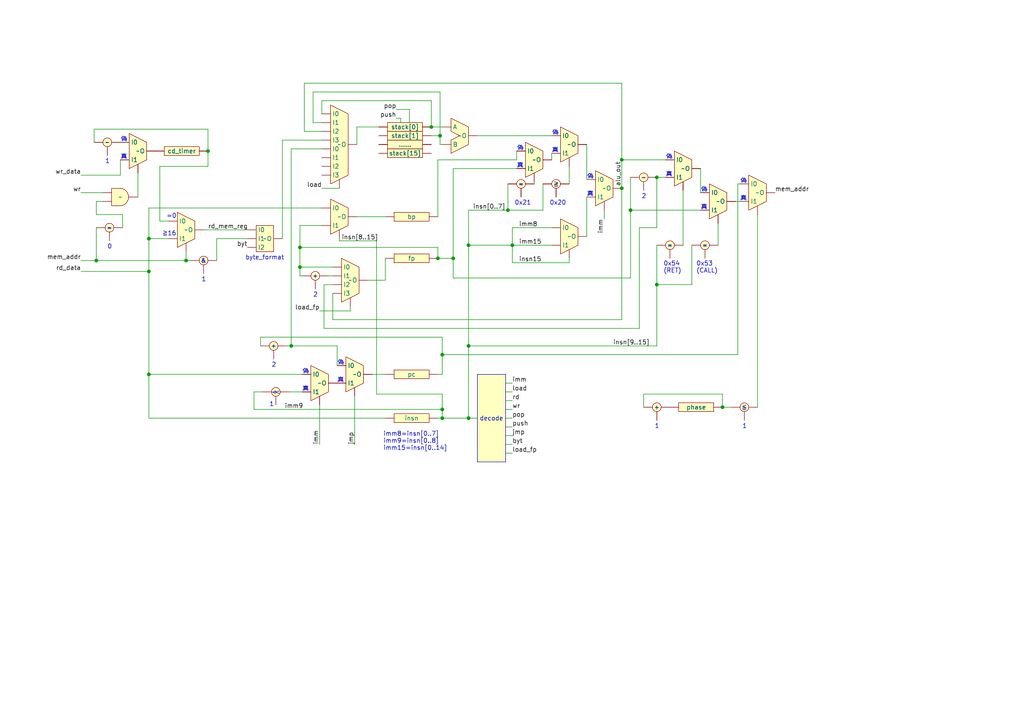
<source format=kicad_sch>
(kicad_sch (version 20230121) (generator eeschema)

  (uuid af1fd5ae-daa0-4a17-8ab4-fe581cd231ee)

  (paper "A4")

  (title_block
    (title "ComProc CPU データパス")
    (date "2023-04-02")
    (rev "2377020c")
    (comment 1 "Gitのコミット 2377020c に対応するデータパス図")
  )

  (lib_symbols
    (symbol "Logic_Component:ALU" (in_bom yes) (on_board yes)
      (property "Reference" "U" (at 0 6.35 0)
        (effects (font (size 1.27 1.27)))
      )
      (property "Value" "" (at 0 0 0)
        (effects (font (size 1.27 1.27)))
      )
      (property "Footprint" "" (at 0 0 0)
        (effects (font (size 1.27 1.27)) hide)
      )
      (property "Datasheet" "" (at 0 0 0)
        (effects (font (size 1.27 1.27)) hide)
      )
      (symbol "ALU_0_1"
        (polyline
          (pts
            (xy 0 0)
            (xy -2.54 1.27)
            (xy -2.54 5.08)
            (xy 2.54 2.54)
            (xy 2.54 -2.54)
            (xy -2.54 -5.08)
            (xy -2.54 -1.27)
            (xy 0 0)
          )
          (stroke (width 0) (type default))
          (fill (type background))
        )
      )
      (symbol "ALU_1_1"
        (pin input line (at -5.08 2.54 0) (length 2.54)
          (name "A" (effects (font (size 1.27 1.27))))
          (number "" (effects (font (size 1.27 1.27))))
        )
        (pin input line (at -5.08 -2.54 0) (length 2.54)
          (name "B" (effects (font (size 1.27 1.27))))
          (number "" (effects (font (size 1.27 1.27))))
        )
        (pin output line (at 5.08 0 180) (length 2.54)
          (name "O" (effects (font (size 1.27 1.27))))
          (number "" (effects (font (size 1.27 1.27))))
        )
      )
    )
    (symbol "Logic_Component:ALU_Circle_Left_Bottom" (in_bom yes) (on_board yes)
      (property "Reference" "U" (at 0 2.54 0)
        (effects (font (size 1.27 1.27)))
      )
      (property "Value" "" (at 0 0 0)
        (effects (font (size 1.27 1.27)))
      )
      (property "Footprint" "" (at 0 0 0)
        (effects (font (size 1.27 1.27)) hide)
      )
      (property "Datasheet" "" (at 0 0 0)
        (effects (font (size 1.27 1.27)) hide)
      )
      (symbol "ALU_Circle_Left_Bottom_0_1"
        (circle (center 0 0) (radius 1.27)
          (stroke (width 0) (type default))
          (fill (type background))
        )
      )
      (symbol "ALU_Circle_Left_Bottom_1_1"
        (pin input line (at -3.81 0 0) (length 2.54)
          (name "" (effects (font (size 1.27 1.27))))
          (number "" (effects (font (size 1.27 1.27))))
        )
        (pin input line (at 0 -3.81 90) (length 2.54)
          (name "" (effects (font (size 1.27 1.27))))
          (number "" (effects (font (size 1.27 1.27))))
        )
        (pin output line (at 3.81 0 180) (length 2.54)
          (name "" (effects (font (size 1.27 1.27))))
          (number "" (effects (font (size 1.27 1.27))))
        )
      )
    )
    (symbol "Logic_Component:Gate_AND_2Input" (in_bom yes) (on_board yes)
      (property "Reference" "U" (at 0 0 0)
        (effects (font (size 1.27 1.27)))
      )
      (property "Value" "" (at 0 0 0)
        (effects (font (size 1.27 1.27)))
      )
      (property "Footprint" "" (at 0 0 0)
        (effects (font (size 1.27 1.27)) hide)
      )
      (property "Datasheet" "" (at 0 0 0)
        (effects (font (size 1.27 1.27)) hide)
      )
      (symbol "Gate_AND_2Input_1_1"
        (arc (start 0 -2.54) (mid 2.3462 0) (end 0 2.54)
          (stroke (width 0) (type default))
          (fill (type background))
        )
        (polyline
          (pts
            (xy 0 2.54)
            (xy -2.54 2.54)
            (xy -2.54 -2.54)
            (xy 0 -2.54)
          )
          (stroke (width 0) (type default))
          (fill (type background))
        )
        (pin input line (at -5.08 -1.27 0) (length 2.54)
          (name "" (effects (font (size 1.27 1.27))))
          (number "" (effects (font (size 1.27 1.27))))
        )
        (pin input line (at -5.08 1.27 0) (length 2.54)
          (name "" (effects (font (size 1.27 1.27))))
          (number "" (effects (font (size 1.27 1.27))))
        )
        (pin output line (at 5.08 0 180) (length 2.7178)
          (name "" (effects (font (size 1.27 1.27))))
          (number "" (effects (font (size 1.27 1.27))))
        )
      )
    )
    (symbol "Logic_Component:Logic_Function_3In_1Out" (in_bom yes) (on_board yes)
      (property "Reference" "U" (at 0 5.08 0)
        (effects (font (size 1.27 1.27)))
      )
      (property "Value" "" (at 0 0 0)
        (effects (font (size 1.27 1.27)))
      )
      (property "Footprint" "" (at 0 0 0)
        (effects (font (size 1.27 1.27)) hide)
      )
      (property "Datasheet" "" (at 0 0 0)
        (effects (font (size 1.27 1.27)) hide)
      )
      (symbol "Logic_Function_3In_1Out_0_1"
        (rectangle (start -2.54 3.81) (end 2.54 -3.81)
          (stroke (width 0) (type default))
          (fill (type background))
        )
      )
      (symbol "Logic_Function_3In_1Out_1_1"
        (pin input line (at -5.08 2.54 0) (length 2.54)
          (name "I0" (effects (font (size 1.27 1.27))))
          (number "" (effects (font (size 1.27 1.27))))
        )
        (pin input line (at -5.08 0 0) (length 2.54)
          (name "I1" (effects (font (size 1.27 1.27))))
          (number "" (effects (font (size 1.27 1.27))))
        )
        (pin input line (at -5.08 -2.54 0) (length 2.54)
          (name "I2" (effects (font (size 1.27 1.27))))
          (number "" (effects (font (size 1.27 1.27))))
        )
        (pin output line (at 5.08 0 180) (length 2.54)
          (name "O" (effects (font (size 1.27 1.27))))
          (number "" (effects (font (size 1.27 1.27))))
        )
      )
    )
    (symbol "Logic_Component:Multiplexer_2" (in_bom yes) (on_board yes)
      (property "Reference" "U" (at 0 5.715 0)
        (effects (font (size 1.27 1.27)))
      )
      (property "Value" "" (at 0 0 0)
        (effects (font (size 1.27 1.27)))
      )
      (property "Footprint" "" (at 0 0 0)
        (effects (font (size 1.27 1.27)) hide)
      )
      (property "Datasheet" "" (at 0 0 0)
        (effects (font (size 1.27 1.27)) hide)
      )
      (property "ki_description" "Logical Multiplexer" (at 0 0 0)
        (effects (font (size 1.27 1.27)) hide)
      )
      (symbol "Multiplexer_2_0_1"
        (polyline
          (pts
            (xy -2.54 5.08)
            (xy 2.54 2.54)
            (xy 2.54 -2.54)
            (xy -2.54 -5.08)
            (xy -2.54 5.08)
          )
          (stroke (width 0) (type default))
          (fill (type background))
        )
      )
      (symbol "Multiplexer_2_1_1"
        (pin input line (at 0 -6.35 90) (length 2.54)
          (name "" (effects (font (size 1.27 1.27))))
          (number "" (effects (font (size 1.27 1.27))))
        )
        (pin input line (at -5.08 2.54 0) (length 2.54)
          (name "I0" (effects (font (size 1.27 1.27))))
          (number "" (effects (font (size 1.27 1.27))))
        )
        (pin input line (at -5.08 -2.54 0) (length 2.54)
          (name "I1" (effects (font (size 1.27 1.27))))
          (number "" (effects (font (size 1.27 1.27))))
        )
        (pin output line (at 5.08 0 180) (length 2.54)
          (name "O" (effects (font (size 1.27 1.27))))
          (number "" (effects (font (size 1.27 1.27))))
        )
      )
    )
    (symbol "Logic_Component:Multiplexer_4_1-Input" (in_bom yes) (on_board yes)
      (property "Reference" "U" (at 0 6.985 0)
        (effects (font (size 1.27 1.27)))
      )
      (property "Value" "" (at 0 0 0)
        (effects (font (size 1.27 1.27)))
      )
      (property "Footprint" "" (at 0 0 0)
        (effects (font (size 1.27 1.27)) hide)
      )
      (property "Datasheet" "" (at 0 0 0)
        (effects (font (size 1.27 1.27)) hide)
      )
      (property "ki_description" "Logical Multiplexer" (at 0 0 0)
        (effects (font (size 1.27 1.27)) hide)
      )
      (symbol "Multiplexer_4_1-Input_0_1"
        (polyline
          (pts
            (xy -2.54 6.35)
            (xy 2.54 3.81)
            (xy 2.54 -3.81)
            (xy -2.54 -6.35)
            (xy -2.54 6.35)
          )
          (stroke (width 0) (type default))
          (fill (type background))
        )
      )
      (symbol "Multiplexer_4_1-Input_1_1"
        (pin input line (at 0 -7.62 90) (length 2.54)
          (name "" (effects (font (size 1.27 1.27))))
          (number "" (effects (font (size 1.27 1.27))))
        )
        (pin input line (at -5.08 3.81 0) (length 2.54)
          (name "I0" (effects (font (size 1.27 1.27))))
          (number "" (effects (font (size 1.27 1.27))))
        )
        (pin input line (at -5.08 1.27 0) (length 2.54)
          (name "I1" (effects (font (size 1.27 1.27))))
          (number "" (effects (font (size 1.27 1.27))))
        )
        (pin input line (at -5.08 -1.27 0) (length 2.54)
          (name "I2" (effects (font (size 1.27 1.27))))
          (number "" (effects (font (size 1.27 1.27))))
        )
        (pin input line (at -5.08 -3.81 0) (length 2.54)
          (name "I3" (effects (font (size 1.27 1.27))))
          (number "" (effects (font (size 1.27 1.27))))
        )
        (pin output line (at 5.08 0 180) (length 2.54)
          (name "O" (effects (font (size 1.27 1.27))))
          (number "" (effects (font (size 1.27 1.27))))
        )
      )
    )
    (symbol "Logic_Component:Multiplexer_8_1-Input" (in_bom yes) (on_board yes)
      (property "Reference" "U" (at 0 12.7 0)
        (effects (font (size 1.27 1.27)))
      )
      (property "Value" "" (at 0 0 0)
        (effects (font (size 1.27 1.27)))
      )
      (property "Footprint" "" (at 0 0 0)
        (effects (font (size 1.27 1.27)) hide)
      )
      (property "Datasheet" "" (at 0 0 0)
        (effects (font (size 1.27 1.27)) hide)
      )
      (property "ki_description" "Logical Multiplexer" (at 0 0 0)
        (effects (font (size 1.27 1.27)) hide)
      )
      (symbol "Multiplexer_8_1-Input_0_1"
        (polyline
          (pts
            (xy -2.54 11.43)
            (xy 2.54 8.89)
            (xy 2.54 -8.89)
            (xy -2.54 -11.43)
            (xy -2.54 11.43)
          )
          (stroke (width 0) (type default))
          (fill (type background))
        )
      )
      (symbol "Multiplexer_8_1-Input_1_1"
        (pin input line (at 0 -12.7 90) (length 2.54)
          (name "" (effects (font (size 1.27 1.27))))
          (number "" (effects (font (size 1.27 1.27))))
        )
        (pin input line (at -5.08 -1.27 0) (length 2.54)
          (name "I0" (effects (font (size 1.27 1.27))))
          (number "" (effects (font (size 1.27 1.27))))
        )
        (pin input line (at -5.08 8.89 0) (length 2.54)
          (name "I0" (effects (font (size 1.27 1.27))))
          (number "" (effects (font (size 1.27 1.27))))
        )
        (pin input line (at -5.08 -3.81 0) (length 2.54)
          (name "I1" (effects (font (size 1.27 1.27))))
          (number "" (effects (font (size 1.27 1.27))))
        )
        (pin input line (at -5.08 6.35 0) (length 2.54)
          (name "I1" (effects (font (size 1.27 1.27))))
          (number "" (effects (font (size 1.27 1.27))))
        )
        (pin input line (at -5.08 -6.35 0) (length 2.54)
          (name "I2" (effects (font (size 1.27 1.27))))
          (number "" (effects (font (size 1.27 1.27))))
        )
        (pin input line (at -5.08 3.81 0) (length 2.54)
          (name "I2" (effects (font (size 1.27 1.27))))
          (number "" (effects (font (size 1.27 1.27))))
        )
        (pin input line (at -5.08 -8.89 0) (length 2.54)
          (name "I3" (effects (font (size 1.27 1.27))))
          (number "" (effects (font (size 1.27 1.27))))
        )
        (pin input line (at -5.08 1.27 0) (length 2.54)
          (name "I3" (effects (font (size 1.27 1.27))))
          (number "" (effects (font (size 1.27 1.27))))
        )
        (pin output line (at 5.08 0 180) (length 2.54)
          (name "O" (effects (font (size 1.27 1.27))))
          (number "" (effects (font (size 1.27 1.27))))
        )
      )
    )
    (symbol "Logic_Component:Register_Simple_Normal" (in_bom yes) (on_board yes)
      (property "Reference" "U" (at 0 2.54 0)
        (effects (font (size 1.27 1.27)))
      )
      (property "Value" "Register" (at 0 0 0)
        (effects (font (size 1.27 1.27)))
      )
      (property "Footprint" "" (at 0 0 0)
        (effects (font (size 1.27 1.27)) hide)
      )
      (property "Datasheet" "" (at 0 0 0)
        (effects (font (size 1.27 1.27)) hide)
      )
      (symbol "Register_Simple_Normal_0_1"
        (rectangle (start -5.08 1.27) (end 5.08 -1.27)
          (stroke (width 0) (type default))
          (fill (type background))
        )
      )
      (symbol "Register_Simple_Normal_1_1"
        (pin input line (at -7.62 0 0) (length 2.54)
          (name "" (effects (font (size 1.27 1.27))))
          (number "" (effects (font (size 1.27 1.27))))
        )
        (pin output line (at 7.62 0 180) (length 2.54)
          (name "" (effects (font (size 1.27 1.27))))
          (number "" (effects (font (size 1.27 1.27))))
        )
      )
    )
  )

  (junction (at 147.32 60.96) (diameter 0) (color 0 0 0 0)
    (uuid 1f6fb7be-e11f-4b5b-858f-2879bcc19804)
  )
  (junction (at 43.18 108.585) (diameter 0) (color 0 0 0 0)
    (uuid 21aa590f-a7db-43c6-8d18-3ea544342667)
  )
  (junction (at 180.34 46.355) (diameter 0) (color 0 0 0 0)
    (uuid 312fc287-b82f-4043-9ccf-10b9e6af013e)
  )
  (junction (at 190.5 82.55) (diameter 0) (color 0 0 0 0)
    (uuid 3cb787f2-4a4d-4556-9a1c-463f86761e0a)
  )
  (junction (at 86.995 71.755) (diameter 0) (color 0 0 0 0)
    (uuid 3f3b1360-a265-49c4-ae0f-9d9adca03f09)
  )
  (junction (at 43.18 78.74) (diameter 0) (color 0 0 0 0)
    (uuid 58110115-0ce3-4796-a3e4-32192bcc5027)
  )
  (junction (at 128.27 102.87) (diameter 0) (color 0 0 0 0)
    (uuid 65851961-0aa8-411e-ba4b-4fe7aa620f05)
  )
  (junction (at 53.975 75.565) (diameter 0) (color 0 0 0 0)
    (uuid 681a3918-1802-49bc-b5af-94112accf004)
  )
  (junction (at 27.94 75.565) (diameter 0) (color 0 0 0 0)
    (uuid 8b426c71-2fa2-4b29-b0d8-1cb199d7e745)
  )
  (junction (at 135.89 100.33) (diameter 0) (color 0 0 0 0)
    (uuid 8f8692e6-0754-46ee-9ebc-9072d1d392b0)
  )
  (junction (at 43.18 69.215) (diameter 0) (color 0 0 0 0)
    (uuid 8fe137cc-6c74-472f-b194-6ea00b98cf73)
  )
  (junction (at 135.89 71.12) (diameter 0) (color 0 0 0 0)
    (uuid 96855967-53f3-4fc0-8fe5-dc57ebf6229c)
  )
  (junction (at 128.27 118.745) (diameter 0) (color 0 0 0 0)
    (uuid 9c153690-2f71-4ad9-928b-5a92f79708de)
  )
  (junction (at 86.995 77.47) (diameter 0) (color 0 0 0 0)
    (uuid a0f22ec8-a76f-415c-8027-7f099598ec0f)
  )
  (junction (at 209.55 118.11) (diameter 0) (color 0 0 0 0)
    (uuid a2e67efa-8599-4be3-8598-c32e55d5f334)
  )
  (junction (at 131.445 74.93) (diameter 0) (color 0 0 0 0)
    (uuid a3853e70-aeca-4fde-952d-fb029c4f28b0)
  )
  (junction (at 60.325 43.815) (diameter 0) (color 0 0 0 0)
    (uuid a447d5ae-3d9d-487a-9a47-665546c77efc)
  )
  (junction (at 127.635 39.37) (diameter 0) (color 0 0 0 0)
    (uuid b0703f91-d22c-4246-b666-7df436bf1ec6)
  )
  (junction (at 84.455 100.33) (diameter 0) (color 0 0 0 0)
    (uuid bfa9c28e-00a2-4900-9097-34db4dcdbf0e)
  )
  (junction (at 148.59 71.12) (diameter 0) (color 0 0 0 0)
    (uuid c00b6195-a979-475a-b18e-38855ca9c03a)
  )
  (junction (at 190.5 51.435) (diameter 0) (color 0 0 0 0)
    (uuid c2bb23ff-f095-4955-8aeb-2bb16b2de163)
  )
  (junction (at 128.27 121.285) (diameter 0) (color 0 0 0 0)
    (uuid ca40db72-339c-4ad6-be92-7868fc7e2f1e)
  )
  (junction (at 127 74.93) (diameter 0) (color 0 0 0 0)
    (uuid cb4173a2-0ca7-40b8-b30e-7f4e2a8f17da)
  )
  (junction (at 180.34 54.61) (diameter 0) (color 0 0 0 0)
    (uuid d41577af-4b1d-4b89-a208-84fe51120081)
  )
  (junction (at 182.88 60.96) (diameter 0) (color 0 0 0 0)
    (uuid da7c407a-361f-4cb4-af51-b179fff522ec)
  )
  (junction (at 125.095 36.83) (diameter 0) (color 0 0 0 0)
    (uuid df90a7f7-0416-4888-b7c0-87be4177bcea)
  )
  (junction (at 135.89 121.285) (diameter 0) (color 0 0 0 0)
    (uuid e047fea6-fa55-48f8-9435-de59971df84d)
  )

  (wire (pts (xy 182.88 60.96) (xy 182.88 80.645))
    (stroke (width 0) (type default))
    (uuid 04423409-68f3-47ab-ac2d-214cd677af4e)
  )
  (wire (pts (xy 93.345 29.21) (xy 93.345 33.02))
    (stroke (width 0) (type default))
    (uuid 052e7d00-eab8-4f61-ad01-960907c2c12f)
  )
  (wire (pts (xy 170.18 52.07) (xy 170.18 41.91))
    (stroke (width 0) (type default))
    (uuid 0739887a-c3c0-47f7-a46d-a86160f3a743)
  )
  (wire (pts (xy 198.12 55.245) (xy 198.12 71.12))
    (stroke (width 0) (type default))
    (uuid 08a94024-872c-4587-94f9-39cda269ac40)
  )
  (wire (pts (xy 97.79 100.33) (xy 97.79 106.045))
    (stroke (width 0) (type default))
    (uuid 0af0085f-56ee-4af1-a4c3-9463fb250068)
  )
  (wire (pts (xy 148.59 66.04) (xy 160.02 66.04))
    (stroke (width 0) (type default))
    (uuid 0e73bd08-8cee-44ec-af82-f41b3fb61c9d)
  )
  (wire (pts (xy 213.995 53.34) (xy 214.63 53.34))
    (stroke (width 0) (type default))
    (uuid 0f0d71ee-92aa-4357-ac07-2249cb8681d9)
  )
  (wire (pts (xy 23.495 50.8) (xy 34.925 50.8))
    (stroke (width 0) (type default))
    (uuid 0f2e3304-727f-40bd-89d1-a699a0fdac79)
  )
  (wire (pts (xy 127.635 39.37) (xy 127.635 41.91))
    (stroke (width 0) (type default))
    (uuid 10d150f1-4283-492f-a83e-79a000612fe0)
  )
  (wire (pts (xy 86.995 65.405) (xy 86.995 71.755))
    (stroke (width 0) (type default))
    (uuid 10fd5f5f-9340-4e03-a166-247d3f6db3cd)
  )
  (wire (pts (xy 92.71 90.17) (xy 101.6 90.17))
    (stroke (width 0) (type default))
    (uuid 1117b7c3-4fc9-41a1-8478-f81554f66309)
  )
  (wire (pts (xy 43.18 60.325) (xy 93.345 60.325))
    (stroke (width 0) (type default))
    (uuid 1341b509-d6d5-4736-b76c-33967996fcec)
  )
  (wire (pts (xy 135.89 60.96) (xy 147.32 60.96))
    (stroke (width 0) (type default))
    (uuid 134f6110-7760-4414-8c19-2a7ab9dc8b7f)
  )
  (wire (pts (xy 88.265 24.13) (xy 88.265 38.1))
    (stroke (width 0) (type default))
    (uuid 14e2e478-fb6c-43d5-a193-7035e9c63759)
  )
  (wire (pts (xy 29.845 58.42) (xy 27.94 58.42))
    (stroke (width 0) (type default))
    (uuid 15050f51-0a90-4812-9fb3-f7052386d933)
  )
  (wire (pts (xy 23.495 78.74) (xy 43.18 78.74))
    (stroke (width 0) (type default))
    (uuid 15983d12-708d-4195-9007-f6491ff81481)
  )
  (wire (pts (xy 62.865 75.565) (xy 62.865 69.215))
    (stroke (width 0) (type default))
    (uuid 1b0635e8-0e54-455f-86fe-15ffbf090a8c)
  )
  (wire (pts (xy 76.2 113.665) (xy 73.66 113.665))
    (stroke (width 0) (type default))
    (uuid 1b9db02b-4f69-4d78-a412-5512025751d3)
  )
  (wire (pts (xy 208.28 64.77) (xy 208.28 71.12))
    (stroke (width 0) (type default))
    (uuid 1c042a1d-de15-4a51-9c59-f4a6d9488dbd)
  )
  (wire (pts (xy 128.27 102.87) (xy 213.995 102.87))
    (stroke (width 0) (type default))
    (uuid 1d2389c2-b683-48ef-b201-c8541a87a7a3)
  )
  (wire (pts (xy 53.975 75.565) (xy 55.245 75.565))
    (stroke (width 0) (type default))
    (uuid 1d6d4bdc-9913-449a-a81c-0c57d59439e8)
  )
  (wire (pts (xy 160.02 44.45) (xy 160.02 46.355))
    (stroke (width 0) (type default))
    (uuid 220909ae-20f1-41b6-851a-c7fa3caac007)
  )
  (wire (pts (xy 118.745 31.75) (xy 118.745 35.56))
    (stroke (width 0) (type default))
    (uuid 255afb60-2540-4ca7-bb9f-b84b7b00d473)
  )
  (wire (pts (xy 127 74.93) (xy 131.445 74.93))
    (stroke (width 0) (type default))
    (uuid 2576284d-9636-4d11-bbf1-e80cf43b17f6)
  )
  (wire (pts (xy 35.56 62.23) (xy 35.56 66.04))
    (stroke (width 0) (type default))
    (uuid 27ee0237-67c5-4ad9-b3be-0a72b9dfa707)
  )
  (wire (pts (xy 128.27 102.87) (xy 128.27 108.585))
    (stroke (width 0) (type default))
    (uuid 27f00ee1-662f-4e26-963b-5c8197931d8f)
  )
  (wire (pts (xy 93.345 54.61) (xy 98.425 54.61))
    (stroke (width 0) (type default))
    (uuid 282baccd-d574-4a63-9899-cf99b567d41c)
  )
  (wire (pts (xy 128.27 114.3) (xy 109.22 114.3))
    (stroke (width 0) (type default))
    (uuid 29a68c19-f04d-460b-b645-b4b474ae6512)
  )
  (wire (pts (xy 149.86 46.355) (xy 149.86 43.815))
    (stroke (width 0) (type default))
    (uuid 29eea4c6-f5d7-40f0-a7dc-d6e3a75c24b8)
  )
  (wire (pts (xy 180.34 46.355) (xy 180.34 54.61))
    (stroke (width 0) (type default))
    (uuid 2ab37f47-ed9f-4e0d-9f45-744574d3cf31)
  )
  (wire (pts (xy 190.5 82.55) (xy 190.5 100.33))
    (stroke (width 0) (type default))
    (uuid 2e9dc892-36a6-440a-900d-b635a6721572)
  )
  (wire (pts (xy 84.455 43.18) (xy 93.345 43.18))
    (stroke (width 0) (type default))
    (uuid 304be1fa-1329-4aac-ac54-ce0db3522019)
  )
  (wire (pts (xy 90.805 35.56) (xy 93.345 35.56))
    (stroke (width 0) (type default))
    (uuid 31180dca-6f1e-45d1-9e7f-aeecf8b2252c)
  )
  (wire (pts (xy 146.685 118.745) (xy 148.59 118.745))
    (stroke (width 0) (type default))
    (uuid 31e80404-123c-4e5e-b978-61cce1766dae)
  )
  (wire (pts (xy 182.88 51.435) (xy 182.88 60.96))
    (stroke (width 0) (type default))
    (uuid 3348d21a-bcd8-42eb-b13a-aab7e31383b5)
  )
  (wire (pts (xy 43.18 121.285) (xy 111.76 121.285))
    (stroke (width 0) (type default))
    (uuid 340180c4-56d6-4f44-9389-b61aec0cbea4)
  )
  (wire (pts (xy 48.895 64.135) (xy 46.355 64.135))
    (stroke (width 0) (type default))
    (uuid 3586ceda-7697-4469-8f09-cf816ffe4369)
  )
  (wire (pts (xy 213.995 102.87) (xy 213.995 53.34))
    (stroke (width 0) (type default))
    (uuid 3d887bee-1340-463e-8ed1-840bb7c0ee1a)
  )
  (wire (pts (xy 95.25 80.01) (xy 96.52 80.01))
    (stroke (width 0) (type default))
    (uuid 3f2cc6dd-3270-4a1c-ab23-b12e330f52d4)
  )
  (wire (pts (xy 209.55 118.11) (xy 212.09 118.11))
    (stroke (width 0) (type default))
    (uuid 40767b71-0e78-4ae5-8426-f5b6ac073d8c)
  )
  (wire (pts (xy 131.445 48.895) (xy 131.445 74.93))
    (stroke (width 0) (type default))
    (uuid 43191998-8586-4fbc-8653-47250178c0a2)
  )
  (wire (pts (xy 75.565 97.79) (xy 128.27 97.79))
    (stroke (width 0) (type default))
    (uuid 439681e4-e7b1-44e7-b979-0c6d506a6f2a)
  )
  (wire (pts (xy 27.305 37.465) (xy 60.325 37.465))
    (stroke (width 0) (type default))
    (uuid 43c02158-07df-4125-bc82-a52417e3fe55)
  )
  (wire (pts (xy 103.505 62.865) (xy 111.76 62.865))
    (stroke (width 0) (type default))
    (uuid 44cded4a-67ce-4d51-9f21-59070cae044e)
  )
  (wire (pts (xy 193.04 51.435) (xy 190.5 51.435))
    (stroke (width 0) (type default))
    (uuid 478e8f0c-8edb-415b-b838-b4a853768c3a)
  )
  (wire (pts (xy 27.94 58.42) (xy 27.94 62.23))
    (stroke (width 0) (type default))
    (uuid 4872e510-2571-49c5-b3b1-0fdbe27ddd33)
  )
  (wire (pts (xy 84.455 43.18) (xy 84.455 100.33))
    (stroke (width 0) (type default))
    (uuid 49bd6ba6-c58c-43c1-a56b-bf30bb995b57)
  )
  (wire (pts (xy 135.89 60.96) (xy 135.89 71.12))
    (stroke (width 0) (type default))
    (uuid 4a66cbcc-0cf5-4955-96a8-e5f6022ca98e)
  )
  (wire (pts (xy 127.635 41.91) (xy 128.27 41.91))
    (stroke (width 0) (type default))
    (uuid 4cd36f29-e5ad-4d7a-85f9-14771ab2b0ac)
  )
  (wire (pts (xy 60.325 48.26) (xy 60.325 43.815))
    (stroke (width 0) (type default))
    (uuid 4f346f05-66d2-4ac5-b0ea-5fe11cbb7758)
  )
  (wire (pts (xy 127.635 39.37) (xy 127.635 26.67))
    (stroke (width 0) (type default))
    (uuid 4fc9e8b2-b1b4-4cac-8fc2-bd668fa1b389)
  )
  (wire (pts (xy 128.27 118.745) (xy 128.27 114.3))
    (stroke (width 0) (type default))
    (uuid 5085272d-d062-41f0-9fa6-7106e58b8ae7)
  )
  (wire (pts (xy 180.34 46.355) (xy 193.04 46.355))
    (stroke (width 0) (type default))
    (uuid 508efb6b-0007-4289-9299-f206ae58fb27)
  )
  (wire (pts (xy 86.995 65.405) (xy 93.345 65.405))
    (stroke (width 0) (type default))
    (uuid 53a86aa5-6bda-4cc2-8584-587bc422e434)
  )
  (wire (pts (xy 73.66 113.665) (xy 73.66 118.745))
    (stroke (width 0) (type default))
    (uuid 5748da70-a199-466f-a0c9-f8cac1ca728a)
  )
  (wire (pts (xy 219.71 62.23) (xy 219.71 118.11))
    (stroke (width 0) (type default))
    (uuid 5797e137-ea54-4bc6-9c82-4103c46d0619)
  )
  (wire (pts (xy 75.565 97.79) (xy 75.565 100.33))
    (stroke (width 0) (type default))
    (uuid 59465c5a-98f4-4f08-a927-5b6ad6b02fd9)
  )
  (wire (pts (xy 127 46.355) (xy 149.86 46.355))
    (stroke (width 0) (type default))
    (uuid 5b4aec80-7103-4bdf-8f69-b78e4bf789c0)
  )
  (wire (pts (xy 102.87 114.935) (xy 102.87 128.905))
    (stroke (width 0) (type default))
    (uuid 5bab9703-9e80-4041-947c-dad90ebcc82a)
  )
  (wire (pts (xy 109.22 69.85) (xy 98.425 69.85))
    (stroke (width 0) (type default))
    (uuid 5bfff3af-8122-4807-8e8d-c50e2de7cfa1)
  )
  (wire (pts (xy 127 71.755) (xy 127 74.93))
    (stroke (width 0) (type default))
    (uuid 5c8d504f-17ab-4653-bf32-f74bba28824f)
  )
  (wire (pts (xy 46.355 64.135) (xy 46.355 48.26))
    (stroke (width 0) (type default))
    (uuid 5cf1bbe3-4338-4a54-9e2d-713dd5a1867a)
  )
  (wire (pts (xy 146.685 126.365) (xy 148.59 126.365))
    (stroke (width 0) (type default))
    (uuid 5dc10aa8-5dd6-4d7f-96e2-663d0b80f0b5)
  )
  (wire (pts (xy 53.975 73.025) (xy 53.975 75.565))
    (stroke (width 0) (type default))
    (uuid 5f1ca5eb-998f-4747-824d-6924ceb6614e)
  )
  (wire (pts (xy 114.935 31.75) (xy 118.745 31.75))
    (stroke (width 0) (type default))
    (uuid 5fe8f715-ba78-40ef-83f4-31ed386a088e)
  )
  (wire (pts (xy 83.185 100.33) (xy 84.455 100.33))
    (stroke (width 0) (type default))
    (uuid 617f309c-c090-4334-b7df-a3a05781c4f8)
  )
  (wire (pts (xy 157.48 53.34) (xy 157.48 60.96))
    (stroke (width 0) (type default))
    (uuid 635ed094-7e29-4678-90e4-06d78486215d)
  )
  (wire (pts (xy 135.89 71.12) (xy 148.59 71.12))
    (stroke (width 0) (type default))
    (uuid 6634cb91-cf31-4c4c-a4f2-3237fead4414)
  )
  (wire (pts (xy 86.995 71.755) (xy 86.995 77.47))
    (stroke (width 0) (type default))
    (uuid 69f2d342-e62e-4bd3-bda9-55ffe3e820ba)
  )
  (wire (pts (xy 154.94 52.705) (xy 154.94 53.34))
    (stroke (width 0) (type default))
    (uuid 6b11c420-67fd-460f-9788-7daa4d212237)
  )
  (wire (pts (xy 43.18 108.585) (xy 87.63 108.585))
    (stroke (width 0) (type default))
    (uuid 6f91a6d9-d421-4378-accc-ab5b4e684c6e)
  )
  (wire (pts (xy 209.55 114.3) (xy 209.55 118.11))
    (stroke (width 0) (type default))
    (uuid 6fb433be-5e34-44d3-bf55-bb019f1c8a68)
  )
  (wire (pts (xy 146.685 121.285) (xy 148.59 121.285))
    (stroke (width 0) (type default))
    (uuid 6fed5256-afa9-45bc-807f-ad1a897d823b)
  )
  (wire (pts (xy 88.265 38.1) (xy 93.345 38.1))
    (stroke (width 0) (type default))
    (uuid 7104f27a-e63d-46f9-ba90-691f7f1f91cd)
  )
  (wire (pts (xy 43.18 60.325) (xy 43.18 69.215))
    (stroke (width 0) (type default))
    (uuid 7866722e-c91c-4639-9101-95ad085ee626)
  )
  (wire (pts (xy 93.98 95.25) (xy 185.42 95.25))
    (stroke (width 0) (type default))
    (uuid 7c13af40-9a2c-4f82-aa31-e75d91e57780)
  )
  (wire (pts (xy 109.22 114.3) (xy 109.22 69.85))
    (stroke (width 0) (type default))
    (uuid 7ccd0199-8e79-4b93-a410-8199df61442c)
  )
  (wire (pts (xy 86.995 77.47) (xy 86.995 80.01))
    (stroke (width 0) (type default))
    (uuid 7dff78ba-6c75-400b-912d-2fa2cf440526)
  )
  (wire (pts (xy 135.89 71.12) (xy 135.89 100.33))
    (stroke (width 0) (type default))
    (uuid 7e085683-00cd-48b8-b4d8-a45d3bb45c03)
  )
  (wire (pts (xy 175.26 63.5) (xy 175.26 60.96))
    (stroke (width 0) (type default))
    (uuid 7ffac3fc-fe20-42ee-8af5-d4b2f3ca0446)
  )
  (wire (pts (xy 125.095 39.37) (xy 127.635 39.37))
    (stroke (width 0) (type default))
    (uuid 8154e2f1-8be7-45b3-bdad-1f7bbcad2466)
  )
  (wire (pts (xy 148.59 71.12) (xy 148.59 76.2))
    (stroke (width 0) (type default))
    (uuid 832ee086-96b0-4194-a95e-e8c75d0b412a)
  )
  (wire (pts (xy 190.5 82.55) (xy 200.66 82.55))
    (stroke (width 0) (type default))
    (uuid 84601f04-841f-4323-95c4-0b4473fcad37)
  )
  (wire (pts (xy 86.995 77.47) (xy 96.52 77.47))
    (stroke (width 0) (type default))
    (uuid 84c150dd-1d0c-4020-9f72-378b6d2ae060)
  )
  (wire (pts (xy 27.94 75.565) (xy 53.975 75.565))
    (stroke (width 0) (type default))
    (uuid 86f14b73-5813-4c47-8ec3-9a48461ceb30)
  )
  (wire (pts (xy 148.59 66.04) (xy 148.59 71.12))
    (stroke (width 0) (type default))
    (uuid 89969946-74c5-41c7-803e-eebd0b3d08b3)
  )
  (wire (pts (xy 106.68 81.28) (xy 111.76 81.28))
    (stroke (width 0) (type default))
    (uuid 8b455200-350c-406b-9824-df65c7ee64c4)
  )
  (wire (pts (xy 127.635 26.67) (xy 90.805 26.67))
    (stroke (width 0) (type default))
    (uuid 8c6cd053-f1eb-4b0e-aa25-d9b46f21808d)
  )
  (wire (pts (xy 103.505 36.83) (xy 103.505 41.91))
    (stroke (width 0) (type default))
    (uuid 90461168-300e-4c49-a0ab-7582400c3248)
  )
  (wire (pts (xy 59.055 66.675) (xy 71.755 66.675))
    (stroke (width 0) (type default))
    (uuid 94435ef9-762f-49b4-81ac-1ffbf90c1fea)
  )
  (wire (pts (xy 146.685 116.205) (xy 148.59 116.205))
    (stroke (width 0) (type default))
    (uuid 951aef90-443f-45f1-be7d-cfad32096abc)
  )
  (wire (pts (xy 138.43 39.37) (xy 160.02 39.37))
    (stroke (width 0) (type default))
    (uuid 965bd583-94ee-4110-aa22-30e1f3d08e99)
  )
  (wire (pts (xy 125.095 36.83) (xy 128.27 36.83))
    (stroke (width 0) (type default))
    (uuid 97a26b23-6ed1-4b38-8af3-943a9917b8f7)
  )
  (wire (pts (xy 43.18 78.74) (xy 43.18 108.585))
    (stroke (width 0) (type default))
    (uuid 9804c62e-a0f6-4df6-84ae-103896b1bcbc)
  )
  (wire (pts (xy 190.5 66.04) (xy 190.5 51.435))
    (stroke (width 0) (type default))
    (uuid 9a7f9393-5360-4112-b758-6c80e89b2ad9)
  )
  (wire (pts (xy 107.95 108.585) (xy 111.76 108.585))
    (stroke (width 0) (type default))
    (uuid 9a8d75a7-efa8-443d-8fb2-ba1aa77f1031)
  )
  (wire (pts (xy 186.69 118.11) (xy 186.69 114.3))
    (stroke (width 0) (type default))
    (uuid 9ac1e2d0-6446-4855-a3a2-67f8727d9ae3)
  )
  (wire (pts (xy 182.88 60.96) (xy 203.2 60.96))
    (stroke (width 0) (type default))
    (uuid 9bd8927e-b6e6-46ea-a6d6-bd7563e61642)
  )
  (wire (pts (xy 114.935 34.29) (xy 116.205 34.29))
    (stroke (width 0) (type default))
    (uuid 9ef2ab99-e5bf-4fd3-9ed5-57eb6a6b13d3)
  )
  (wire (pts (xy 186.69 114.3) (xy 209.55 114.3))
    (stroke (width 0) (type default))
    (uuid a387b10e-6c5e-4420-8809-2cc83e984695)
  )
  (wire (pts (xy 180.34 24.13) (xy 180.34 46.355))
    (stroke (width 0) (type default))
    (uuid a3dde225-ddc0-40ab-98a5-3284bd6e9465)
  )
  (wire (pts (xy 127 46.355) (xy 127 62.865))
    (stroke (width 0) (type default))
    (uuid a415bef1-29d7-46ed-9e02-e00de44c4f64)
  )
  (wire (pts (xy 165.1 76.2) (xy 165.1 74.93))
    (stroke (width 0) (type default))
    (uuid a440e47d-0f04-4e50-a5ea-f6195e4303f5)
  )
  (wire (pts (xy 146.685 128.905) (xy 148.59 128.905))
    (stroke (width 0) (type default))
    (uuid a4f0370b-8660-439e-af5f-7fc6e1b3ca45)
  )
  (wire (pts (xy 146.685 123.825) (xy 148.59 123.825))
    (stroke (width 0) (type default))
    (uuid a6983a74-afea-4faa-ad33-944fdec87a46)
  )
  (wire (pts (xy 86.995 80.01) (xy 87.63 80.01))
    (stroke (width 0) (type default))
    (uuid a6b79931-5289-40f1-b397-6d454da57616)
  )
  (wire (pts (xy 23.495 55.88) (xy 29.845 55.88))
    (stroke (width 0) (type default))
    (uuid a7022854-c5d0-457d-b9dd-251204ddf334)
  )
  (wire (pts (xy 96.52 85.09) (xy 96.52 92.71))
    (stroke (width 0) (type default))
    (uuid a98af835-cc0b-4fe5-bad7-7f78664e8cad)
  )
  (wire (pts (xy 135.89 100.33) (xy 190.5 100.33))
    (stroke (width 0) (type default))
    (uuid ad2e9def-fa52-47ee-a737-58a39fc0f9e0)
  )
  (wire (pts (xy 101.6 90.17) (xy 101.6 88.9))
    (stroke (width 0) (type default))
    (uuid ad36072b-2b1b-4a00-9efb-1b00a36b8df1)
  )
  (wire (pts (xy 43.18 108.585) (xy 43.18 121.285))
    (stroke (width 0) (type default))
    (uuid ae48ef03-c3a2-4e04-a21d-426f4f8e1b54)
  )
  (wire (pts (xy 165.1 48.26) (xy 165.1 53.34))
    (stroke (width 0) (type default))
    (uuid aef4144e-9bf0-4b16-94ad-7639691d5c21)
  )
  (wire (pts (xy 111.76 81.28) (xy 111.76 74.93))
    (stroke (width 0) (type default))
    (uuid b0100faf-de03-480c-beba-0df862e253b1)
  )
  (wire (pts (xy 135.89 121.285) (xy 138.43 121.285))
    (stroke (width 0) (type default))
    (uuid b06ae3c3-b907-4cf5-870c-f6c12b3d49ec)
  )
  (wire (pts (xy 203.2 48.895) (xy 203.2 55.88))
    (stroke (width 0) (type default))
    (uuid b0878f88-7337-4c8e-b0d0-6d3d9401eb4f)
  )
  (wire (pts (xy 40.005 50.165) (xy 40.005 57.15))
    (stroke (width 0) (type default))
    (uuid b19661d3-c665-4102-a05d-b72fd3305547)
  )
  (wire (pts (xy 125.095 29.21) (xy 93.345 29.21))
    (stroke (width 0) (type default))
    (uuid b22d16aa-685b-4106-b462-4b6fee74e2dd)
  )
  (wire (pts (xy 180.34 24.13) (xy 88.265 24.13))
    (stroke (width 0) (type default))
    (uuid b6aa5181-f30a-4d35-a323-95295bc0e98d)
  )
  (wire (pts (xy 185.42 66.04) (xy 190.5 66.04))
    (stroke (width 0) (type default))
    (uuid b6d281b7-0b6b-4e85-9ad4-2ad4951ee2dd)
  )
  (wire (pts (xy 146.685 113.665) (xy 148.59 113.665))
    (stroke (width 0) (type default))
    (uuid b9691708-5265-44f4-92b8-8543e886e848)
  )
  (wire (pts (xy 148.59 71.12) (xy 160.02 71.12))
    (stroke (width 0) (type default))
    (uuid b9bf65f6-e7ac-4f9d-a3bf-e4cdd021d234)
  )
  (wire (pts (xy 81.915 69.215) (xy 81.915 40.64))
    (stroke (width 0) (type default))
    (uuid bbf174cd-06d7-4c7b-a465-6b4d2c653ae1)
  )
  (wire (pts (xy 96.52 82.55) (xy 93.98 82.55))
    (stroke (width 0) (type default))
    (uuid c09d9b86-18e3-4ad7-be34-f7dc0144935e)
  )
  (wire (pts (xy 98.425 69.215) (xy 98.425 69.85))
    (stroke (width 0) (type default))
    (uuid c3163711-ecb3-46b3-883b-d704c5b86910)
  )
  (wire (pts (xy 185.42 66.04) (xy 185.42 95.25))
    (stroke (width 0) (type default))
    (uuid c32e01cc-c27f-4ae5-8133-5409a65cf21a)
  )
  (wire (pts (xy 180.34 92.71) (xy 96.52 92.71))
    (stroke (width 0) (type default))
    (uuid c8db0d42-d752-4ec7-a279-529cfb8e3c6d)
  )
  (wire (pts (xy 46.355 48.26) (xy 60.325 48.26))
    (stroke (width 0) (type default))
    (uuid c947ab1f-7794-44ae-a22b-20a90986025b)
  )
  (wire (pts (xy 131.445 80.645) (xy 131.445 74.93))
    (stroke (width 0) (type default))
    (uuid c9b00abf-287e-4f3b-a72f-ae7284cbd5f7)
  )
  (wire (pts (xy 131.445 80.645) (xy 182.88 80.645))
    (stroke (width 0) (type default))
    (uuid c9ed0d51-b173-4549-89d9-9c2e90dfbbe2)
  )
  (wire (pts (xy 128.27 97.79) (xy 128.27 102.87))
    (stroke (width 0) (type default))
    (uuid ca31bc08-83b9-438f-afec-2a2558414cce)
  )
  (wire (pts (xy 23.495 75.565) (xy 27.94 75.565))
    (stroke (width 0) (type default))
    (uuid cc399e44-61b1-4936-a83a-8f3b7d43d3ed)
  )
  (wire (pts (xy 116.205 34.29) (xy 116.205 35.56))
    (stroke (width 0) (type default))
    (uuid cd0ae7bd-72e1-4133-bf46-06e5b3153cb4)
  )
  (wire (pts (xy 81.915 40.64) (xy 93.345 40.64))
    (stroke (width 0) (type default))
    (uuid cd30c860-a302-4e8b-948d-dff1b51889d0)
  )
  (wire (pts (xy 213.36 58.42) (xy 214.63 58.42))
    (stroke (width 0) (type default))
    (uuid d03c5a35-8236-4c88-9063-6b2bc5ad5569)
  )
  (wire (pts (xy 73.66 118.745) (xy 128.27 118.745))
    (stroke (width 0) (type default))
    (uuid d0e6f9b6-e2a8-4e90-8f0c-a0ba015e3539)
  )
  (wire (pts (xy 147.32 53.34) (xy 147.32 60.96))
    (stroke (width 0) (type default))
    (uuid d2379703-1137-4c46-b453-fa91c56c7939)
  )
  (wire (pts (xy 190.5 71.12) (xy 190.5 82.55))
    (stroke (width 0) (type default))
    (uuid d2e8af8f-3803-49c4-886d-27396230d96d)
  )
  (wire (pts (xy 125.095 36.83) (xy 125.095 29.21))
    (stroke (width 0) (type default))
    (uuid d7a495f0-9ae3-46bc-8d78-db12f11f9d18)
  )
  (wire (pts (xy 128.27 121.285) (xy 135.89 121.285))
    (stroke (width 0) (type default))
    (uuid d7f4d257-a7bb-4600-b8d6-8ef08fc4d4a1)
  )
  (wire (pts (xy 27.305 41.275) (xy 27.305 37.465))
    (stroke (width 0) (type default))
    (uuid d9622d31-0914-457c-b1ee-b25da11f5d80)
  )
  (wire (pts (xy 27.94 66.04) (xy 27.94 75.565))
    (stroke (width 0) (type default))
    (uuid dbfd98b0-4fd1-4ca0-90bb-222193e78bb5)
  )
  (wire (pts (xy 146.685 111.125) (xy 148.59 111.125))
    (stroke (width 0) (type default))
    (uuid dcc1e2be-e8fb-42a7-b22d-6febdaa47649)
  )
  (wire (pts (xy 92.71 117.475) (xy 92.71 128.905))
    (stroke (width 0) (type default))
    (uuid dd00ed7d-0f8a-4781-a43c-f586663687ac)
  )
  (wire (pts (xy 27.94 62.23) (xy 35.56 62.23))
    (stroke (width 0) (type default))
    (uuid dd9ad793-259e-4db6-895c-81f0e6783fb6)
  )
  (wire (pts (xy 127 108.585) (xy 128.27 108.585))
    (stroke (width 0) (type default))
    (uuid ddec45a2-8c08-46ef-95b2-070cbb25b5cd)
  )
  (wire (pts (xy 131.445 48.895) (xy 149.86 48.895))
    (stroke (width 0) (type default))
    (uuid def48a9e-26b9-4a6f-82cb-287e271d81a4)
  )
  (wire (pts (xy 43.18 69.215) (xy 48.895 69.215))
    (stroke (width 0) (type default))
    (uuid e17546d6-ea4b-4ae3-9bc9-5269a2cf8b96)
  )
  (wire (pts (xy 86.995 71.755) (xy 127 71.755))
    (stroke (width 0) (type default))
    (uuid e2bbdce1-fc94-4926-ab27-73ff7fa8ccb5)
  )
  (wire (pts (xy 135.89 100.33) (xy 135.89 121.285))
    (stroke (width 0) (type default))
    (uuid e2d2c3f9-1313-4e5a-9a90-4dff00b39ed4)
  )
  (wire (pts (xy 60.325 37.465) (xy 60.325 43.815))
    (stroke (width 0) (type default))
    (uuid e357a20a-59f0-43fc-90ed-aa27bc372a2f)
  )
  (wire (pts (xy 147.32 60.96) (xy 157.48 60.96))
    (stroke (width 0) (type default))
    (uuid e4e80109-0fdb-44fb-a6e7-63583e8064ea)
  )
  (wire (pts (xy 170.18 57.15) (xy 170.18 68.58))
    (stroke (width 0) (type default))
    (uuid e54cf488-4385-4e91-8d6c-48b765c57562)
  )
  (wire (pts (xy 127 121.285) (xy 128.27 121.285))
    (stroke (width 0) (type default))
    (uuid e6327552-6786-446d-bdaf-978bdc040871)
  )
  (wire (pts (xy 34.925 50.8) (xy 34.925 46.355))
    (stroke (width 0) (type default))
    (uuid e856d34b-e8a8-4d03-bc0d-b899d9b2a399)
  )
  (wire (pts (xy 146.685 131.445) (xy 148.59 131.445))
    (stroke (width 0) (type default))
    (uuid e92c9cba-b053-4832-a834-88d3bf1d51a7)
  )
  (wire (pts (xy 200.66 71.12) (xy 200.66 82.55))
    (stroke (width 0) (type default))
    (uuid ebab3940-8bb1-4ec3-ba24-b243e91ee0a9)
  )
  (wire (pts (xy 90.805 26.67) (xy 90.805 35.56))
    (stroke (width 0) (type default))
    (uuid ec7df4a5-3d8c-4300-a367-17e67bd3e74e)
  )
  (wire (pts (xy 180.34 54.61) (xy 180.34 92.71))
    (stroke (width 0) (type default))
    (uuid efa60ac9-9793-4994-9faf-d9cc4163b122)
  )
  (wire (pts (xy 83.82 113.665) (xy 87.63 113.665))
    (stroke (width 0) (type default))
    (uuid efd63df9-5e07-465b-8c76-0891ea1609c0)
  )
  (wire (pts (xy 43.18 69.215) (xy 43.18 78.74))
    (stroke (width 0) (type default))
    (uuid f1defc51-b5b7-495c-bc2c-3b0dafc41a4e)
  )
  (wire (pts (xy 62.865 69.215) (xy 71.755 69.215))
    (stroke (width 0) (type default))
    (uuid f2da8aed-d83a-4a9a-a2f6-792270ac18b7)
  )
  (wire (pts (xy 148.59 76.2) (xy 165.1 76.2))
    (stroke (width 0) (type default))
    (uuid f41ed58f-9972-4c08-9f26-c232277fdc94)
  )
  (wire (pts (xy 103.505 36.83) (xy 109.855 36.83))
    (stroke (width 0) (type default))
    (uuid f61a2b03-d7a6-4d1c-8b31-f46ff1fc0ebd)
  )
  (wire (pts (xy 84.455 100.33) (xy 97.79 100.33))
    (stroke (width 0) (type default))
    (uuid f8a0e1b0-cd6a-41ea-ad9a-bcfa914593ac)
  )
  (wire (pts (xy 128.27 118.745) (xy 128.27 121.285))
    (stroke (width 0) (type default))
    (uuid fb1f66b1-fdab-48a9-afe0-69ebdd925167)
  )
  (wire (pts (xy 93.98 82.55) (xy 93.98 95.25))
    (stroke (width 0) (type default))
    (uuid fc0ad251-6a94-41fc-8b01-f7bdf12d2b29)
  )

  (text_box "="
    (at 193.04 69.85 0) (size 2.54 2.54)
    (stroke (width -0.0001) (type default))
    (fill (type none))
    (effects (font (size 1.27 1.27)))
    (uuid 1f80e4cf-d3c6-46b3-843f-a3f381ecadb2)
  )
  (text_box "≦"
    (at 214.63 116.84 0) (size 2.54 2.54)
    (stroke (width -0.0001) (type default))
    (fill (type none))
    (effects (font (size 1.27 1.27)))
    (uuid 2296e87a-a769-45e5-bf86-339f8cf4095c)
  )
  (text_box "="
    (at 149.86 52.07 0) (size 2.54 2.54)
    (stroke (width -0.0001) (type default))
    (fill (type none))
    (effects (font (size 1.27 1.27)))
    (uuid 2be5c765-76c8-4b9c-9117-6ab205e9e8d9)
  )
  (text_box "≪"
    (at 78.74 112.395 0) (size 2.54 2.54)
    (stroke (width -0.0001) (type default))
    (fill (type none))
    (effects (font (size 1.27 1.27)))
    (uuid 2d4631cb-dacd-4654-86f6-e68de55ba5e6)
  )
  (text_box "+"
    (at 189.23 116.84 0) (size 2.54 2.54)
    (stroke (width -0.0001) (type default))
    (fill (type none))
    (effects (font (size 1.27 1.27)))
    (uuid 4095f604-a071-4ae9-ba35-cfdd5787fdb7)
  )
  (text_box "−"
    (at 29.845 40.005 0) (size 2.54 2.54)
    (stroke (width -0.0001) (type default))
    (fill (type none))
    (effects (font (size 1.27 1.27)))
    (uuid 5c8bda17-1ee4-475f-880b-1ea0313db068)
  )
  (text_box "="
    (at 203.2 69.85 0) (size 2.54 2.54)
    (stroke (width -0.0001) (type default))
    (fill (type none))
    (effects (font (size 1.27 1.27)))
    (uuid 64a087a8-0b07-49c7-bb56-7e5203b5f763)
  )
  (text_box "≧"
    (at 160.02 52.07 0) (size 2.54 2.54)
    (stroke (width -0.0001) (type default))
    (fill (type none))
    (effects (font (size 1.27 1.27)))
    (uuid 8301207d-03d8-4d27-83fe-be1406eb8f8a)
  )
  (text_box "+"
    (at 78.105 99.06 0) (size 2.54 2.54)
    (stroke (width -0.0001) (type default))
    (fill (type none))
    (effects (font (size 1.27 1.27)))
    (uuid a9a4046d-a92e-4e38-aaeb-69996a6dfda1)
  )
  (text_box "decode"
    (at 138.43 108.585 0) (size 8.255 25.4)
    (stroke (width 0) (type default))
    (fill (type color) (color 255 255 194 1))
    (effects (font (size 1.27 1.27)))
    (uuid b0514353-9571-4f0f-aa99-1b01bfd3759d)
  )
  (text_box "="
    (at 30.48 64.77 0) (size 2.54 2.54)
    (stroke (width -0.0001) (type default))
    (fill (type none))
    (effects (font (size 1.27 1.27)))
    (uuid b6a63141-7fb3-4bdd-a795-d69015713592)
  )
  (text_box "+"
    (at 90.17 78.74 0) (size 2.54 2.54)
    (stroke (width -0.0001) (type default))
    (fill (type none))
    (effects (font (size 1.27 1.27)))
    (uuid c93065f3-5639-4ea3-8a67-67fd286f2166)
  )
  (text_box "−"
    (at 185.42 50.165 0) (size 2.54 2.54)
    (stroke (width -0.0001) (type default))
    (fill (type none))
    (effects (font (size 1.27 1.27)))
    (uuid efb350dd-b31e-4bf0-b1cc-1841580b569a)
  )
  (text_box "&"
    (at 57.785 74.295 0) (size 2.54 2.54)
    (stroke (width -0.0001) (type default))
    (fill (type none))
    (effects (font (size 1.27 1.27)))
    (uuid f782b168-dd31-40ae-8ffb-5bed0b712475)
  )

  (text "2" (at 186.055 57.785 0)
    (effects (font (size 1.27 1.27)) (justify left bottom))
    (uuid 02b00a47-e64e-4e8d-9852-e9f3ffc116da)
  )
  (text "真" (at 214.63 58.42 0)
    (effects (font (size 1.27 1.27)) (justify left bottom))
    (uuid 0bedb775-ccb1-45ee-aa87-a34e3d07c8d4)
  )
  (text "byte_format" (at 71.12 75.565 0)
    (effects (font (size 1.27 1.27)) (justify left bottom))
    (uuid 1de8e2d1-498b-408c-bd0e-8a339e6dea7d)
  )
  (text "≧16" (at 46.99 68.58 0)
    (effects (font (size 1.27 1.27)) (justify left bottom))
    (uuid 2725ecbf-bd47-4703-ba5c-59bc1859194e)
  )
  (text "真" (at 160.02 44.45 0)
    (effects (font (size 1.27 1.27)) (justify left bottom))
    (uuid 2a9c77bb-bc78-4a10-87b5-b6ff9bafbd6a)
  )
  (text "0x20" (at 159.385 59.69 0)
    (effects (font (size 1.27 1.27)) (justify left bottom))
    (uuid 40e5cd5a-d4b1-4c74-bd0a-31434effd330)
  )
  (text "真" (at 87.63 113.665 0)
    (effects (font (size 1.27 1.27)) (justify left bottom))
    (uuid 43538604-5943-4205-ae59-5ab89c081379)
  )
  (text "0x54\n(RET)" (at 192.405 79.375 0)
    (effects (font (size 1.27 1.27)) (justify left bottom))
    (uuid 4c54efab-cf7c-49cd-b055-5f4771e71f08)
  )
  (text "真" (at 170.18 57.15 0)
    (effects (font (size 1.27 1.27)) (justify left bottom))
    (uuid 4ca60ec4-fbff-4e30-8916-ca4011060e0d)
  )
  (text "偽" (at 97.79 106.045 0)
    (effects (font (size 1.27 1.27)) (justify left bottom))
    (uuid 5b68e875-6c8d-468b-8736-367b86c5254e)
  )
  (text "imm8=insn[0..7]\nimm9=insn[0..8]\nimm15=insn[0..14]" (at 111.125 130.81 0)
    (effects (font (size 1.27 1.27)) (justify left bottom))
    (uuid 5e8afda1-1fe4-489c-a5a1-06f0edac1ded)
  )
  (text "2" (at 90.805 86.36 0)
    (effects (font (size 1.27 1.27)) (justify left bottom))
    (uuid 5e9949ad-7225-489f-92c9-efda82671686)
  )
  (text "1" (at 189.865 124.46 0)
    (effects (font (size 1.27 1.27)) (justify left bottom))
    (uuid 69b995c7-9daa-427a-a2ba-af60cb1e83ca)
  )
  (text "2" (at 78.74 106.68 0)
    (effects (font (size 1.27 1.27)) (justify left bottom))
    (uuid 6bd4d7ea-1c20-4793-a8b1-593d468916b7)
  )
  (text "偽" (at 87.63 108.585 0)
    (effects (font (size 1.27 1.27)) (justify left bottom))
    (uuid 6eef0729-6df2-4e9b-a615-40cff2eb6d39)
  )
  (text "真" (at 203.2 60.96 0)
    (effects (font (size 1.27 1.27)) (justify left bottom))
    (uuid 743def5c-f0ce-4ec7-bf83-c5da54c82903)
  )
  (text "偽" (at 203.2 55.88 0)
    (effects (font (size 1.27 1.27)) (justify left bottom))
    (uuid 7e808d41-14f6-4391-a330-93a250106ef3)
  )
  (text "真" (at 149.86 48.895 0)
    (effects (font (size 1.27 1.27)) (justify left bottom))
    (uuid 894cf084-cc36-47be-ad71-cd7f4f623ece)
  )
  (text "偽" (at 160.02 39.37 0)
    (effects (font (size 1.27 1.27)) (justify left bottom))
    (uuid 94ae7085-f2e0-489f-a606-a0aa96fe03c1)
  )
  (text "偽" (at 170.18 52.07 0)
    (effects (font (size 1.27 1.27)) (justify left bottom))
    (uuid a3bd6afb-b1aa-4459-b2ba-0c990d1a16cf)
  )
  (text "偽" (at 193.04 46.355 0)
    (effects (font (size 1.27 1.27)) (justify left bottom))
    (uuid abf99784-9349-4559-ba4c-7d27bdc01f27)
  )
  (text "偽" (at 149.86 43.815 0)
    (effects (font (size 1.27 1.27)) (justify left bottom))
    (uuid ac0b0bf4-8a4d-4ead-9b82-2e6d0cb78ba1)
  )
  (text "真" (at 193.04 51.435 0)
    (effects (font (size 1.27 1.27)) (justify left bottom))
    (uuid ae1a917b-d5df-4e62-930a-84c4bac2a5be)
  )
  (text "1" (at 215.265 124.46 0)
    (effects (font (size 1.27 1.27)) (justify left bottom))
    (uuid b67de6e1-338c-4bdb-81e9-cf5665a30fb4)
  )
  (text "0" (at 31.115 72.39 0)
    (effects (font (size 1.27 1.27)) (justify left bottom))
    (uuid c4ee92d5-0653-4948-b2b3-2e11df6aabf0)
  )
  (text "偽" (at 34.925 41.275 0)
    (effects (font (size 1.27 1.27)) (justify left bottom))
    (uuid c65f068c-c9b7-4422-a59c-d3f566de33a1)
  )
  (text "偽" (at 214.63 53.34 0)
    (effects (font (size 1.27 1.27)) (justify left bottom))
    (uuid cbced7b6-f818-4088-9e6a-55992c08b1a8)
  )
  (text "0x21" (at 149.225 59.69 0)
    (effects (font (size 1.27 1.27)) (justify left bottom))
    (uuid d1b5f0e6-37c6-4bec-8529-c59d50f51349)
  )
  (text "0x53\n(CALL)" (at 201.93 79.375 0)
    (effects (font (size 1.27 1.27)) (justify left bottom))
    (uuid d8a9699f-b56d-4d45-ab63-9b6f0525eedb)
  )
  (text "1" (at 30.48 47.625 0)
    (effects (font (size 1.27 1.27)) (justify left bottom))
    (uuid dbc03a64-4111-4d69-ae30-04e25fbfe602)
  )
  (text "=0" (at 48.26 63.5 0)
    (effects (font (size 1.27 1.27)) (justify left bottom))
    (uuid dec8e395-5d1c-4290-86f9-78769d03f980)
  )
  (text "1" (at 58.42 81.915 0)
    (effects (font (size 1.27 1.27)) (justify left bottom))
    (uuid ded4f5e8-dc2a-41f9-b6d4-ca46445bcdf9)
  )
  (text "1" (at 78.105 118.11 0)
    (effects (font (size 1.27 1.27)) (justify left bottom))
    (uuid e526876b-a326-44e4-9ab1-2399abf35a66)
  )
  (text "真" (at 97.79 111.125 0)
    (effects (font (size 1.27 1.27)) (justify left bottom))
    (uuid f1ead685-aaf6-4398-86c7-32f397f702e2)
  )
  (text "真" (at 34.925 46.355 0)
    (effects (font (size 1.27 1.27)) (justify left bottom))
    (uuid f82c30c3-3f29-4dcd-8a22-f821e90af344)
  )

  (label "imm" (at 175.26 63.5 270) (fields_autoplaced)
    (effects (font (size 1.27 1.27)) (justify right bottom))
    (uuid 0853d689-4196-44cb-ba8a-105f010a8ac7)
  )
  (label "jmp" (at 102.87 128.905 90) (fields_autoplaced)
    (effects (font (size 1.27 1.27)) (justify left bottom))
    (uuid 196366a5-e73e-47df-95d2-0e482455bbd8)
  )
  (label "imm15" (at 150.495 71.12 0) (fields_autoplaced)
    (effects (font (size 1.27 1.27)) (justify left bottom))
    (uuid 1ae7d22d-0e7d-4557-9b25-90d8c1a09500)
  )
  (label "imm8" (at 150.495 66.04 0) (fields_autoplaced)
    (effects (font (size 1.27 1.27)) (justify left bottom))
    (uuid 29fca430-84de-4a5a-964a-165108f84cb2)
  )
  (label "insn[0..7]" (at 137.16 60.96 0) (fields_autoplaced)
    (effects (font (size 1.27 1.27)) (justify left bottom))
    (uuid 5a2e6431-26b3-49c7-8229-e1dc6f3e936e)
  )
  (label "insn[8..15]" (at 99.06 69.85 0) (fields_autoplaced)
    (effects (font (size 1.27 1.27)) (justify left bottom))
    (uuid 6dc8042d-98f2-4b38-9009-4b3a52f5c60c)
  )
  (label "wr" (at 148.59 118.745 0) (fields_autoplaced)
    (effects (font (size 1.27 1.27)) (justify left bottom))
    (uuid 809db9e1-bc8b-4f41-b6cc-be4921ead268)
  )
  (label "imm" (at 92.71 128.905 90) (fields_autoplaced)
    (effects (font (size 1.27 1.27)) (justify left bottom))
    (uuid 8e65de05-0e9d-48f2-a8e5-2f7b87c568ef)
  )
  (label "byt" (at 148.59 128.905 0) (fields_autoplaced)
    (effects (font (size 1.27 1.27)) (justify left bottom))
    (uuid 9877d6d7-c102-4192-a7b5-f7c6f929f8c4)
  )
  (label "rd_data" (at 23.495 78.74 180) (fields_autoplaced)
    (effects (font (size 1.27 1.27)) (justify right bottom))
    (uuid 9b3f7061-87df-4a0f-9ff0-ba4729e1c21b)
  )
  (label "load" (at 93.345 54.61 180) (fields_autoplaced)
    (effects (font (size 1.27 1.27)) (justify right bottom))
    (uuid 9d496dd9-2faf-4b3e-b67a-c6642fcc97d4)
  )
  (label "wr" (at 23.495 55.88 180) (fields_autoplaced)
    (effects (font (size 1.27 1.27)) (justify right bottom))
    (uuid a211f2e0-c70b-4c5a-970e-406868c33d0a)
  )
  (label "push" (at 114.935 34.29 180) (fields_autoplaced)
    (effects (font (size 1.27 1.27)) (justify right bottom))
    (uuid ad6d1ad1-6eac-449e-98ce-31eb014291d9)
  )
  (label "pop" (at 114.935 31.75 180) (fields_autoplaced)
    (effects (font (size 1.27 1.27)) (justify right bottom))
    (uuid b2c28c8d-f32d-49ca-b2c5-339bcad1256b)
  )
  (label "imm" (at 148.59 111.125 0) (fields_autoplaced)
    (effects (font (size 1.27 1.27)) (justify left bottom))
    (uuid bc2ffa0b-532f-4a29-bee8-732dff5266d9)
  )
  (label "wr_data" (at 23.495 50.8 180) (fields_autoplaced)
    (effects (font (size 1.27 1.27)) (justify right bottom))
    (uuid c169f36b-378b-4aaa-8003-4fee7be7ed9b)
  )
  (label "push" (at 148.59 123.825 0) (fields_autoplaced)
    (effects (font (size 1.27 1.27)) (justify left bottom))
    (uuid ca9c0747-315d-4ac1-a3b9-75fd52e22856)
  )
  (label "alu_out" (at 180.34 53.975 90) (fields_autoplaced)
    (effects (font (size 1.27 1.27)) (justify left bottom))
    (uuid ce3b7121-d66e-4869-bab0-f918504372ea)
  )
  (label "rd" (at 148.59 116.205 0) (fields_autoplaced)
    (effects (font (size 1.27 1.27)) (justify left bottom))
    (uuid cfe32dad-803f-459a-9a18-7aab85a5b356)
  )
  (label "insn15" (at 150.495 76.2 0) (fields_autoplaced)
    (effects (font (size 1.27 1.27)) (justify left bottom))
    (uuid d6450278-1a2c-4ba7-bdc3-1f256ea42cd0)
  )
  (label "imm9" (at 82.55 118.745 0) (fields_autoplaced)
    (effects (font (size 1.27 1.27)) (justify left bottom))
    (uuid ddf6b56d-dc50-4b72-a0b9-ab6edfa0f458)
  )
  (label "jmp" (at 148.59 126.365 0) (fields_autoplaced)
    (effects (font (size 1.27 1.27)) (justify left bottom))
    (uuid dea763cf-be60-4437-bea9-a233cce1a962)
  )
  (label "mem_addr" (at 23.495 75.565 180) (fields_autoplaced)
    (effects (font (size 1.27 1.27)) (justify right bottom))
    (uuid e7908439-aad6-4298-acb2-e4da6964778d)
  )
  (label "mem_addr" (at 224.79 55.88 0) (fields_autoplaced)
    (effects (font (size 1.27 1.27)) (justify left bottom))
    (uuid eb05296d-eee7-4067-9efd-7f49f8d9544c)
  )
  (label "pop" (at 148.59 121.285 0) (fields_autoplaced)
    (effects (font (size 1.27 1.27)) (justify left bottom))
    (uuid eef49157-3037-460e-a965-4a96dfc9f2f7)
  )
  (label "load_fp" (at 148.59 131.445 0) (fields_autoplaced)
    (effects (font (size 1.27 1.27)) (justify left bottom))
    (uuid f21fd0f3-765c-4836-8bed-ab32874ee050)
  )
  (label "rd_mem_reg" (at 60.325 66.675 0) (fields_autoplaced)
    (effects (font (size 1.27 1.27)) (justify left bottom))
    (uuid f9dd60aa-92b8-40ac-8fe7-5e9ab0c387c3)
  )
  (label "insn[9..15]" (at 177.8 100.33 0) (fields_autoplaced)
    (effects (font (size 1.27 1.27)) (justify left bottom))
    (uuid fc822bbf-d347-4348-848b-7716980b8350)
  )
  (label "byt" (at 71.755 71.755 180) (fields_autoplaced)
    (effects (font (size 1.27 1.27)) (justify right bottom))
    (uuid fd7bcdfa-37db-42bd-9f7c-7dba96a34b44)
  )
  (label "load" (at 148.59 113.665 0) (fields_autoplaced)
    (effects (font (size 1.27 1.27)) (justify left bottom))
    (uuid fef1d4eb-16b7-4ba5-bd07-a6827c99d679)
  )
  (label "load_fp" (at 92.71 90.17 180) (fields_autoplaced)
    (effects (font (size 1.27 1.27)) (justify right bottom))
    (uuid ff03a5b0-6dd2-458c-b183-34b134c2a9c7)
  )

  (symbol (lib_id "Logic_Component:Register_Simple_Normal") (at 117.475 39.37 0) (unit 1)
    (in_bom yes) (on_board yes) (dnp no)
    (uuid 01b51864-c5bf-44f9-86bb-7a3120f6bf86)
    (property "Reference" "U28" (at 117.475 36.83 0)
      (effects (font (size 1.27 1.27)) hide)
    )
    (property "Value" "stack[1]" (at 117.475 39.37 0) (do_not_autoplace)
      (effects (font (size 1.27 1.27)))
    )
    (property "Footprint" "" (at 117.475 39.37 0)
      (effects (font (size 1.27 1.27)) hide)
    )
    (property "Datasheet" "" (at 117.475 39.37 0)
      (effects (font (size 1.27 1.27)) hide)
    )
    (pin "" (uuid 2d46dadf-2aa4-4a79-99cb-240ef069f2ce))
    (pin "" (uuid 2d46dadf-2aa4-4a79-99cb-240ef069f2ce))
    (instances
      (project "datapath-diagram_2377020c"
        (path "/af1fd5ae-daa0-4a17-8ab4-fe581cd231ee"
          (reference "U28") (unit 1)
        )
      )
    )
  )

  (symbol (lib_id "Logic_Component:Multiplexer_2") (at 53.975 66.675 0) (unit 1)
    (in_bom yes) (on_board yes) (dnp no) (fields_autoplaced)
    (uuid 02424ea0-8fe6-46d5-a2ad-82de6e8eac80)
    (property "Reference" "U31" (at 53.975 60.96 0)
      (effects (font (size 1.27 1.27)) hide)
    )
    (property "Value" "~" (at 53.975 66.675 0)
      (effects (font (size 1.27 1.27)))
    )
    (property "Footprint" "" (at 53.975 66.675 0)
      (effects (font (size 1.27 1.27)) hide)
    )
    (property "Datasheet" "" (at 53.975 66.675 0)
      (effects (font (size 1.27 1.27)) hide)
    )
    (pin "" (uuid 7770785c-ba73-4b5d-bb81-bc64ecdab7fe))
    (pin "" (uuid 7770785c-ba73-4b5d-bb81-bc64ecdab7fe))
    (pin "" (uuid 7770785c-ba73-4b5d-bb81-bc64ecdab7fe))
    (pin "" (uuid 7770785c-ba73-4b5d-bb81-bc64ecdab7fe))
    (instances
      (project "datapath-diagram_2377020c"
        (path "/af1fd5ae-daa0-4a17-8ab4-fe581cd231ee"
          (reference "U31") (unit 1)
        )
      )
    )
  )

  (symbol (lib_id "Logic_Component:Register_Simple_Normal") (at 52.705 43.815 0) (unit 1)
    (in_bom yes) (on_board yes) (dnp no)
    (uuid 0c06e686-4211-47cd-9c0d-80ef46d78ba5)
    (property "Reference" "U32" (at 52.705 41.275 0)
      (effects (font (size 1.27 1.27)) hide)
    )
    (property "Value" "cd_timer" (at 52.705 43.815 0) (do_not_autoplace)
      (effects (font (size 1.27 1.27)))
    )
    (property "Footprint" "" (at 52.705 43.815 0)
      (effects (font (size 1.27 1.27)) hide)
    )
    (property "Datasheet" "" (at 52.705 43.815 0)
      (effects (font (size 1.27 1.27)) hide)
    )
    (pin "" (uuid e7974c04-b094-42c2-a47c-94bd0d423553))
    (pin "" (uuid e7974c04-b094-42c2-a47c-94bd0d423553))
    (instances
      (project "datapath-diagram_2377020c"
        (path "/af1fd5ae-daa0-4a17-8ab4-fe581cd231ee"
          (reference "U32") (unit 1)
        )
      )
    )
  )

  (symbol (lib_id "Logic_Component:Register_Simple_Normal") (at 117.475 41.91 0) (unit 1)
    (in_bom yes) (on_board yes) (dnp no)
    (uuid 0dc3d767-a390-4003-8ba3-ba02f1c61637)
    (property "Reference" "U29" (at 117.475 39.37 0)
      (effects (font (size 1.27 1.27)) hide)
    )
    (property "Value" "……" (at 117.475 41.91 0) (do_not_autoplace)
      (effects (font (size 1.27 1.27)))
    )
    (property "Footprint" "" (at 117.475 41.91 0)
      (effects (font (size 1.27 1.27)) hide)
    )
    (property "Datasheet" "" (at 117.475 41.91 0)
      (effects (font (size 1.27 1.27)) hide)
    )
    (pin "" (uuid bce91070-d24a-4b07-ae20-8c8fdd945338))
    (pin "" (uuid bce91070-d24a-4b07-ae20-8c8fdd945338))
    (instances
      (project "datapath-diagram_2377020c"
        (path "/af1fd5ae-daa0-4a17-8ab4-fe581cd231ee"
          (reference "U29") (unit 1)
        )
      )
    )
  )

  (symbol (lib_id "Logic_Component:Multiplexer_2") (at 198.12 48.895 0) (unit 1)
    (in_bom yes) (on_board yes) (dnp no)
    (uuid 136136d2-46c8-45df-a9b1-b8d009adaaac)
    (property "Reference" "U5" (at 200.66 45.085 0)
      (effects (font (size 1.27 1.27)) hide)
    )
    (property "Value" "~" (at 198.12 48.895 0)
      (effects (font (size 1.27 1.27)))
    )
    (property "Footprint" "" (at 198.12 48.895 0)
      (effects (font (size 1.27 1.27)) hide)
    )
    (property "Datasheet" "" (at 198.12 48.895 0)
      (effects (font (size 1.27 1.27)) hide)
    )
    (pin "" (uuid 43337d74-7d7f-4f23-88d2-f963e941fb1c))
    (pin "" (uuid 43337d74-7d7f-4f23-88d2-f963e941fb1c))
    (pin "" (uuid 43337d74-7d7f-4f23-88d2-f963e941fb1c))
    (pin "" (uuid 43337d74-7d7f-4f23-88d2-f963e941fb1c))
    (instances
      (project "datapath-diagram_2377020c"
        (path "/af1fd5ae-daa0-4a17-8ab4-fe581cd231ee"
          (reference "U5") (unit 1)
        )
      )
    )
  )

  (symbol (lib_id "Logic_Component:ALU_Circle_Left_Bottom") (at 151.13 53.34 0) (unit 1)
    (in_bom yes) (on_board yes) (dnp no) (fields_autoplaced)
    (uuid 15206d3d-7241-4521-ad37-4247103bd0a3)
    (property "Reference" "U14" (at 151.13 50.8 0)
      (effects (font (size 1.27 1.27)) hide)
    )
    (property "Value" "~" (at 151.13 53.34 0)
      (effects (font (size 1.27 1.27)))
    )
    (property "Footprint" "" (at 151.13 53.34 0)
      (effects (font (size 1.27 1.27)) hide)
    )
    (property "Datasheet" "" (at 151.13 53.34 0)
      (effects (font (size 1.27 1.27)) hide)
    )
    (pin "" (uuid 8539347a-f566-48b1-a8f6-32b3fef19df9))
    (pin "" (uuid 8539347a-f566-48b1-a8f6-32b3fef19df9))
    (pin "" (uuid 8539347a-f566-48b1-a8f6-32b3fef19df9))
    (instances
      (project "datapath-diagram_2377020c"
        (path "/af1fd5ae-daa0-4a17-8ab4-fe581cd231ee"
          (reference "U14") (unit 1)
        )
      )
    )
  )

  (symbol (lib_id "Logic_Component:Multiplexer_2") (at 165.1 68.58 0) (unit 1)
    (in_bom yes) (on_board yes) (dnp no)
    (uuid 1a00e174-9600-4dd9-841f-c9d3744fe41f)
    (property "Reference" "U9" (at 166.37 63.5 0)
      (effects (font (size 1.27 1.27)) hide)
    )
    (property "Value" "~" (at 165.1 68.58 0)
      (effects (font (size 1.27 1.27)))
    )
    (property "Footprint" "" (at 165.1 68.58 0)
      (effects (font (size 1.27 1.27)) hide)
    )
    (property "Datasheet" "" (at 165.1 68.58 0)
      (effects (font (size 1.27 1.27)) hide)
    )
    (pin "" (uuid 39fb8a9d-e9c5-4e39-9a9c-e61e865bef18))
    (pin "" (uuid 39fb8a9d-e9c5-4e39-9a9c-e61e865bef18))
    (pin "" (uuid 39fb8a9d-e9c5-4e39-9a9c-e61e865bef18))
    (pin "" (uuid 39fb8a9d-e9c5-4e39-9a9c-e61e865bef18))
    (instances
      (project "datapath-diagram_2377020c"
        (path "/af1fd5ae-daa0-4a17-8ab4-fe581cd231ee"
          (reference "U9") (unit 1)
        )
      )
    )
  )

  (symbol (lib_id "Logic_Component:ALU_Circle_Left_Bottom") (at 59.055 75.565 0) (unit 1)
    (in_bom yes) (on_board yes) (dnp no) (fields_autoplaced)
    (uuid 1cccda5c-39a3-41c9-9552-cb34b1482928)
    (property "Reference" "U33" (at 59.055 73.025 0)
      (effects (font (size 1.27 1.27)) hide)
    )
    (property "Value" "~" (at 59.055 75.565 0)
      (effects (font (size 1.27 1.27)))
    )
    (property "Footprint" "" (at 59.055 75.565 0)
      (effects (font (size 1.27 1.27)) hide)
    )
    (property "Datasheet" "" (at 59.055 75.565 0)
      (effects (font (size 1.27 1.27)) hide)
    )
    (pin "" (uuid b49f5853-fde6-48db-84c5-757c00b9d020))
    (pin "" (uuid b49f5853-fde6-48db-84c5-757c00b9d020))
    (pin "" (uuid b49f5853-fde6-48db-84c5-757c00b9d020))
    (instances
      (project "datapath-diagram_2377020c"
        (path "/af1fd5ae-daa0-4a17-8ab4-fe581cd231ee"
          (reference "U33") (unit 1)
        )
      )
    )
  )

  (symbol (lib_id "Logic_Component:ALU_Circle_Left_Bottom") (at 194.31 71.12 0) (unit 1)
    (in_bom yes) (on_board yes) (dnp no) (fields_autoplaced)
    (uuid 1fda9bd3-76ee-49af-ae0a-3247b5448cd8)
    (property "Reference" "U6" (at 194.31 68.58 0)
      (effects (font (size 1.27 1.27)) hide)
    )
    (property "Value" "~" (at 194.31 71.12 0)
      (effects (font (size 1.27 1.27)))
    )
    (property "Footprint" "" (at 194.31 71.12 0)
      (effects (font (size 1.27 1.27)) hide)
    )
    (property "Datasheet" "" (at 194.31 71.12 0)
      (effects (font (size 1.27 1.27)) hide)
    )
    (pin "" (uuid a76c9723-c560-46a8-90b1-aed18ce7988e))
    (pin "" (uuid a76c9723-c560-46a8-90b1-aed18ce7988e))
    (pin "" (uuid a76c9723-c560-46a8-90b1-aed18ce7988e))
    (instances
      (project "datapath-diagram_2377020c"
        (path "/af1fd5ae-daa0-4a17-8ab4-fe581cd231ee"
          (reference "U6") (unit 1)
        )
      )
    )
  )

  (symbol (lib_id "Logic_Component:Register_Simple_Normal") (at 119.38 74.93 0) (unit 1)
    (in_bom yes) (on_board yes) (dnp no)
    (uuid 251aef8b-954c-4537-8058-c4fd64571aad)
    (property "Reference" "U" (at 119.38 72.39 0)
      (effects (font (size 1.27 1.27)) hide)
    )
    (property "Value" "fp" (at 119.38 74.93 0) (do_not_autoplace)
      (effects (font (size 1.27 1.27)))
    )
    (property "Footprint" "" (at 119.38 74.93 0)
      (effects (font (size 1.27 1.27)) hide)
    )
    (property "Datasheet" "" (at 119.38 74.93 0)
      (effects (font (size 1.27 1.27)) hide)
    )
    (pin "" (uuid ba040839-fdd9-4e24-babd-499c75f693c6))
    (pin "" (uuid ba040839-fdd9-4e24-babd-499c75f693c6))
    (instances
      (project "datapath-diagram_2377020c"
        (path "/af1fd5ae-daa0-4a17-8ab4-fe581cd231ee"
          (reference "U") (unit 1)
        )
      )
    )
  )

  (symbol (lib_id "Logic_Component:ALU_Circle_Left_Bottom") (at 79.375 100.33 0) (unit 1)
    (in_bom yes) (on_board yes) (dnp no) (fields_autoplaced)
    (uuid 30ea9622-de50-441e-8040-4d1331747339)
    (property "Reference" "U23" (at 79.375 97.79 0)
      (effects (font (size 1.27 1.27)) hide)
    )
    (property "Value" "~" (at 79.375 100.33 0)
      (effects (font (size 1.27 1.27)))
    )
    (property "Footprint" "" (at 79.375 100.33 0)
      (effects (font (size 1.27 1.27)) hide)
    )
    (property "Datasheet" "" (at 79.375 100.33 0)
      (effects (font (size 1.27 1.27)) hide)
    )
    (pin "" (uuid 5ae24eb4-6c44-423e-ae02-6498b0d52dc3))
    (pin "" (uuid 5ae24eb4-6c44-423e-ae02-6498b0d52dc3))
    (pin "" (uuid 5ae24eb4-6c44-423e-ae02-6498b0d52dc3))
    (instances
      (project "datapath-diagram_2377020c"
        (path "/af1fd5ae-daa0-4a17-8ab4-fe581cd231ee"
          (reference "U23") (unit 1)
        )
      )
    )
  )

  (symbol (lib_id "Logic_Component:Multiplexer_2") (at 165.1 41.91 0) (unit 1)
    (in_bom yes) (on_board yes) (dnp no)
    (uuid 30f72a1e-5e2e-4b1c-91ed-154ea276684a)
    (property "Reference" "U10" (at 166.37 37.465 0)
      (effects (font (size 1.27 1.27)) hide)
    )
    (property "Value" "~" (at 165.1 41.91 0)
      (effects (font (size 1.27 1.27)))
    )
    (property "Footprint" "" (at 165.1 41.91 0)
      (effects (font (size 1.27 1.27)) hide)
    )
    (property "Datasheet" "" (at 165.1 41.91 0)
      (effects (font (size 1.27 1.27)) hide)
    )
    (pin "" (uuid 718c0451-36ed-490a-a443-2868d45211e7))
    (pin "" (uuid 718c0451-36ed-490a-a443-2868d45211e7))
    (pin "" (uuid 718c0451-36ed-490a-a443-2868d45211e7))
    (pin "" (uuid 718c0451-36ed-490a-a443-2868d45211e7))
    (instances
      (project "datapath-diagram_2377020c"
        (path "/af1fd5ae-daa0-4a17-8ab4-fe581cd231ee"
          (reference "U10") (unit 1)
        )
      )
    )
  )

  (symbol (lib_id "Logic_Component:ALU_Circle_Left_Bottom") (at 204.47 71.12 0) (unit 1)
    (in_bom yes) (on_board yes) (dnp no) (fields_autoplaced)
    (uuid 3bb891c0-862f-46d4-a049-30ff0e93646a)
    (property "Reference" "U4" (at 204.47 68.58 0)
      (effects (font (size 1.27 1.27)) hide)
    )
    (property "Value" "~" (at 204.47 71.12 0)
      (effects (font (size 1.27 1.27)))
    )
    (property "Footprint" "" (at 204.47 71.12 0)
      (effects (font (size 1.27 1.27)) hide)
    )
    (property "Datasheet" "" (at 204.47 71.12 0)
      (effects (font (size 1.27 1.27)) hide)
    )
    (pin "" (uuid 632a6363-7adc-4e6d-b1be-45c97fcfd7fa))
    (pin "" (uuid 632a6363-7adc-4e6d-b1be-45c97fcfd7fa))
    (pin "" (uuid 632a6363-7adc-4e6d-b1be-45c97fcfd7fa))
    (instances
      (project "datapath-diagram_2377020c"
        (path "/af1fd5ae-daa0-4a17-8ab4-fe581cd231ee"
          (reference "U4") (unit 1)
        )
      )
    )
  )

  (symbol (lib_id "Logic_Component:ALU_Circle_Left_Bottom") (at 190.5 118.11 0) (unit 1)
    (in_bom yes) (on_board yes) (dnp no) (fields_autoplaced)
    (uuid 3c379532-a854-4657-a5f7-bc75c116dcb9)
    (property "Reference" "U35" (at 190.5 115.57 0)
      (effects (font (size 1.27 1.27)) hide)
    )
    (property "Value" "~" (at 190.5 118.11 0)
      (effects (font (size 1.27 1.27)))
    )
    (property "Footprint" "" (at 190.5 118.11 0)
      (effects (font (size 1.27 1.27)) hide)
    )
    (property "Datasheet" "" (at 190.5 118.11 0)
      (effects (font (size 1.27 1.27)) hide)
    )
    (pin "" (uuid 4fbe586b-0e73-4de7-b8ed-97119a232349))
    (pin "" (uuid 4fbe586b-0e73-4de7-b8ed-97119a232349))
    (pin "" (uuid 4fbe586b-0e73-4de7-b8ed-97119a232349))
    (instances
      (project "datapath-diagram_2377020c"
        (path "/af1fd5ae-daa0-4a17-8ab4-fe581cd231ee"
          (reference "U35") (unit 1)
        )
      )
    )
  )

  (symbol (lib_id "Logic_Component:Multiplexer_2") (at 102.87 108.585 0) (unit 1)
    (in_bom yes) (on_board yes) (dnp no)
    (uuid 3f04cf63-0406-48a9-9df3-e6a4dc33dc42)
    (property "Reference" "U15" (at 103.505 102.87 0)
      (effects (font (size 1.27 1.27)) hide)
    )
    (property "Value" "~" (at 102.87 108.585 0)
      (effects (font (size 1.27 1.27)))
    )
    (property "Footprint" "" (at 102.87 108.585 0)
      (effects (font (size 1.27 1.27)) hide)
    )
    (property "Datasheet" "" (at 102.87 108.585 0)
      (effects (font (size 1.27 1.27)) hide)
    )
    (pin "" (uuid 3716b583-c507-4184-ba16-dcc43e0fa005))
    (pin "" (uuid 3716b583-c507-4184-ba16-dcc43e0fa005))
    (pin "" (uuid 3716b583-c507-4184-ba16-dcc43e0fa005))
    (pin "" (uuid 3716b583-c507-4184-ba16-dcc43e0fa005))
    (instances
      (project "datapath-diagram_2377020c"
        (path "/af1fd5ae-daa0-4a17-8ab4-fe581cd231ee"
          (reference "U15") (unit 1)
        )
      )
    )
  )

  (symbol (lib_id "Logic_Component:Multiplexer_2") (at 219.71 55.88 0) (unit 1)
    (in_bom yes) (on_board yes) (dnp no) (fields_autoplaced)
    (uuid 468babd7-20da-4b85-bb77-63ee100c4b44)
    (property "Reference" "U1" (at 219.71 50.165 0)
      (effects (font (size 1.27 1.27)) hide)
    )
    (property "Value" "~" (at 219.71 55.88 0)
      (effects (font (size 1.27 1.27)))
    )
    (property "Footprint" "" (at 219.71 55.88 0)
      (effects (font (size 1.27 1.27)) hide)
    )
    (property "Datasheet" "" (at 219.71 55.88 0)
      (effects (font (size 1.27 1.27)) hide)
    )
    (pin "" (uuid e2919089-944a-466a-b96f-39d1b10f9b71))
    (pin "" (uuid e2919089-944a-466a-b96f-39d1b10f9b71))
    (pin "" (uuid e2919089-944a-466a-b96f-39d1b10f9b71))
    (pin "" (uuid e2919089-944a-466a-b96f-39d1b10f9b71))
    (instances
      (project "datapath-diagram_2377020c"
        (path "/af1fd5ae-daa0-4a17-8ab4-fe581cd231ee"
          (reference "U1") (unit 1)
        )
      )
    )
  )

  (symbol (lib_id "Logic_Component:Multiplexer_2") (at 92.71 111.125 0) (unit 1)
    (in_bom yes) (on_board yes) (dnp no)
    (uuid 4dce1067-7552-4429-9202-8e3b987f587c)
    (property "Reference" "U16" (at 93.345 105.41 0)
      (effects (font (size 1.27 1.27)) hide)
    )
    (property "Value" "~" (at 92.71 111.125 0)
      (effects (font (size 1.27 1.27)))
    )
    (property "Footprint" "" (at 92.71 111.125 0)
      (effects (font (size 1.27 1.27)) hide)
    )
    (property "Datasheet" "" (at 92.71 111.125 0)
      (effects (font (size 1.27 1.27)) hide)
    )
    (pin "" (uuid 62ced01a-4b50-4c55-b433-1ab03f1303ec))
    (pin "" (uuid 62ced01a-4b50-4c55-b433-1ab03f1303ec))
    (pin "" (uuid 62ced01a-4b50-4c55-b433-1ab03f1303ec))
    (pin "" (uuid 62ced01a-4b50-4c55-b433-1ab03f1303ec))
    (instances
      (project "datapath-diagram_2377020c"
        (path "/af1fd5ae-daa0-4a17-8ab4-fe581cd231ee"
          (reference "U16") (unit 1)
        )
      )
    )
  )

  (symbol (lib_id "Logic_Component:Multiplexer_2") (at 154.94 46.355 0) (unit 1)
    (in_bom yes) (on_board yes) (dnp no) (fields_autoplaced)
    (uuid 5694173e-33ee-41c8-98ee-8b21c4bf5f30)
    (property "Reference" "U13" (at 154.94 40.64 0)
      (effects (font (size 1.27 1.27)) hide)
    )
    (property "Value" "~" (at 154.94 46.355 0)
      (effects (font (size 1.27 1.27)))
    )
    (property "Footprint" "" (at 154.94 46.355 0)
      (effects (font (size 1.27 1.27)) hide)
    )
    (property "Datasheet" "" (at 154.94 46.355 0)
      (effects (font (size 1.27 1.27)) hide)
    )
    (pin "" (uuid ee9cd91a-5fbe-4553-8291-9a391e293a48))
    (pin "" (uuid ee9cd91a-5fbe-4553-8291-9a391e293a48))
    (pin "" (uuid ee9cd91a-5fbe-4553-8291-9a391e293a48))
    (pin "" (uuid ee9cd91a-5fbe-4553-8291-9a391e293a48))
    (instances
      (project "datapath-diagram_2377020c"
        (path "/af1fd5ae-daa0-4a17-8ab4-fe581cd231ee"
          (reference "U13") (unit 1)
        )
      )
    )
  )

  (symbol (lib_id "Logic_Component:ALU_Circle_Left_Bottom") (at 31.115 41.275 0) (unit 1)
    (in_bom yes) (on_board yes) (dnp no) (fields_autoplaced)
    (uuid 64187e49-3e42-47ab-8336-6ef546a09213)
    (property "Reference" "U37" (at 31.115 38.735 0)
      (effects (font (size 1.27 1.27)) hide)
    )
    (property "Value" "~" (at 31.115 41.275 0)
      (effects (font (size 1.27 1.27)))
    )
    (property "Footprint" "" (at 31.115 41.275 0)
      (effects (font (size 1.27 1.27)) hide)
    )
    (property "Datasheet" "" (at 31.115 41.275 0)
      (effects (font (size 1.27 1.27)) hide)
    )
    (pin "" (uuid 36b5e0b5-dbfe-460d-9e7c-7b6f56b4f2bc))
    (pin "" (uuid 36b5e0b5-dbfe-460d-9e7c-7b6f56b4f2bc))
    (pin "" (uuid 36b5e0b5-dbfe-460d-9e7c-7b6f56b4f2bc))
    (instances
      (project "datapath-diagram_2377020c"
        (path "/af1fd5ae-daa0-4a17-8ab4-fe581cd231ee"
          (reference "U37") (unit 1)
        )
      )
    )
  )

  (symbol (lib_id "Logic_Component:ALU_Circle_Left_Bottom") (at 80.01 113.665 0) (unit 1)
    (in_bom yes) (on_board yes) (dnp no) (fields_autoplaced)
    (uuid 6b66a688-4a4e-4993-b9f5-6cea31b4be9a)
    (property "Reference" "U21" (at 80.01 111.125 0)
      (effects (font (size 1.27 1.27)) hide)
    )
    (property "Value" "~" (at 80.01 113.665 0)
      (effects (font (size 1.27 1.27)))
    )
    (property "Footprint" "" (at 80.01 113.665 0)
      (effects (font (size 1.27 1.27)) hide)
    )
    (property "Datasheet" "" (at 80.01 113.665 0)
      (effects (font (size 1.27 1.27)) hide)
    )
    (pin "" (uuid 0d51442e-642a-4554-94e1-2b6668f15e35))
    (pin "" (uuid 0d51442e-642a-4554-94e1-2b6668f15e35))
    (pin "" (uuid 0d51442e-642a-4554-94e1-2b6668f15e35))
    (instances
      (project "datapath-diagram_2377020c"
        (path "/af1fd5ae-daa0-4a17-8ab4-fe581cd231ee"
          (reference "U21") (unit 1)
        )
      )
    )
  )

  (symbol (lib_id "Logic_Component:ALU_Circle_Left_Bottom") (at 161.29 53.34 0) (unit 1)
    (in_bom yes) (on_board yes) (dnp no) (fields_autoplaced)
    (uuid 6d10b505-7b43-4d70-92e1-1d5c2d7e699c)
    (property "Reference" "U11" (at 161.29 50.8 0)
      (effects (font (size 1.27 1.27)) hide)
    )
    (property "Value" "~" (at 161.29 53.34 0)
      (effects (font (size 1.27 1.27)))
    )
    (property "Footprint" "" (at 161.29 53.34 0)
      (effects (font (size 1.27 1.27)) hide)
    )
    (property "Datasheet" "" (at 161.29 53.34 0)
      (effects (font (size 1.27 1.27)) hide)
    )
    (pin "" (uuid 18744441-a70f-4d03-93ef-b912d49e643f))
    (pin "" (uuid 18744441-a70f-4d03-93ef-b912d49e643f))
    (pin "" (uuid 18744441-a70f-4d03-93ef-b912d49e643f))
    (instances
      (project "datapath-diagram_2377020c"
        (path "/af1fd5ae-daa0-4a17-8ab4-fe581cd231ee"
          (reference "U11") (unit 1)
        )
      )
    )
  )

  (symbol (lib_id "Logic_Component:Register_Simple_Normal") (at 119.38 121.285 0) (unit 1)
    (in_bom yes) (on_board yes) (dnp no)
    (uuid 7562501e-4272-41c8-91a7-14ff9e6967f7)
    (property "Reference" "U19" (at 119.38 118.745 0)
      (effects (font (size 1.27 1.27)) hide)
    )
    (property "Value" "insn" (at 119.38 121.285 0) (do_not_autoplace)
      (effects (font (size 1.27 1.27)))
    )
    (property "Footprint" "" (at 119.38 121.285 0)
      (effects (font (size 1.27 1.27)) hide)
    )
    (property "Datasheet" "" (at 119.38 121.285 0)
      (effects (font (size 1.27 1.27)) hide)
    )
    (pin "" (uuid 5d988694-4d01-4875-866c-7c6d8b3d794f))
    (pin "" (uuid 5d988694-4d01-4875-866c-7c6d8b3d794f))
    (instances
      (project "datapath-diagram_2377020c"
        (path "/af1fd5ae-daa0-4a17-8ab4-fe581cd231ee"
          (reference "U19") (unit 1)
        )
      )
    )
  )

  (symbol (lib_id "Logic_Component:Multiplexer_4_1-Input") (at 101.6 81.28 0) (unit 1)
    (in_bom yes) (on_board yes) (dnp no) (fields_autoplaced)
    (uuid 9007b810-e14a-4f16-b14b-8aee5255509c)
    (property "Reference" "U24" (at 101.6 73.66 0)
      (effects (font (size 1.27 1.27)) hide)
    )
    (property "Value" "~" (at 101.6 81.28 0)
      (effects (font (size 1.27 1.27)))
    )
    (property "Footprint" "" (at 101.6 81.28 0)
      (effects (font (size 1.27 1.27)) hide)
    )
    (property "Datasheet" "" (at 101.6 81.28 0)
      (effects (font (size 1.27 1.27)) hide)
    )
    (pin "" (uuid e29ac905-dfcc-4f6e-845f-9207f48e0ceb))
    (pin "" (uuid e29ac905-dfcc-4f6e-845f-9207f48e0ceb))
    (pin "" (uuid e29ac905-dfcc-4f6e-845f-9207f48e0ceb))
    (pin "" (uuid e29ac905-dfcc-4f6e-845f-9207f48e0ceb))
    (pin "" (uuid e29ac905-dfcc-4f6e-845f-9207f48e0ceb))
    (pin "" (uuid e29ac905-dfcc-4f6e-845f-9207f48e0ceb))
    (instances
      (project "datapath-diagram_2377020c"
        (path "/af1fd5ae-daa0-4a17-8ab4-fe581cd231ee"
          (reference "U24") (unit 1)
        )
      )
    )
  )

  (symbol (lib_id "Logic_Component:Register_Simple_Normal") (at 119.38 62.865 0) (unit 1)
    (in_bom yes) (on_board yes) (dnp no)
    (uuid 93720552-c3c7-4aae-9ce9-717f433aaf6e)
    (property "Reference" "U18" (at 119.38 60.325 0)
      (effects (font (size 1.27 1.27)) hide)
    )
    (property "Value" "bp" (at 119.38 62.865 0) (do_not_autoplace)
      (effects (font (size 1.27 1.27)))
    )
    (property "Footprint" "" (at 119.38 62.865 0)
      (effects (font (size 1.27 1.27)) hide)
    )
    (property "Datasheet" "" (at 119.38 62.865 0)
      (effects (font (size 1.27 1.27)) hide)
    )
    (pin "" (uuid 3dd6e8b7-c251-4e43-b8d4-a00faa56aada))
    (pin "" (uuid 3dd6e8b7-c251-4e43-b8d4-a00faa56aada))
    (instances
      (project "datapath-diagram_2377020c"
        (path "/af1fd5ae-daa0-4a17-8ab4-fe581cd231ee"
          (reference "U18") (unit 1)
        )
      )
    )
  )

  (symbol (lib_id "Logic_Component:ALU_Circle_Left_Bottom") (at 91.44 80.01 0) (unit 1)
    (in_bom yes) (on_board yes) (dnp no) (fields_autoplaced)
    (uuid a25edc05-fa0a-4308-88aa-90be7e25598e)
    (property "Reference" "U25" (at 91.44 77.47 0)
      (effects (font (size 1.27 1.27)) hide)
    )
    (property "Value" "~" (at 91.44 80.01 0)
      (effects (font (size 1.27 1.27)))
    )
    (property "Footprint" "" (at 91.44 80.01 0)
      (effects (font (size 1.27 1.27)) hide)
    )
    (property "Datasheet" "" (at 91.44 80.01 0)
      (effects (font (size 1.27 1.27)) hide)
    )
    (pin "" (uuid 4511f4bb-c1fb-42c7-9e40-8d3d8a8125b5))
    (pin "" (uuid 4511f4bb-c1fb-42c7-9e40-8d3d8a8125b5))
    (pin "" (uuid 4511f4bb-c1fb-42c7-9e40-8d3d8a8125b5))
    (instances
      (project "datapath-diagram_2377020c"
        (path "/af1fd5ae-daa0-4a17-8ab4-fe581cd231ee"
          (reference "U25") (unit 1)
        )
      )
    )
  )

  (symbol (lib_id "Logic_Component:Logic_Function_3In_1Out") (at 76.835 69.215 0) (unit 1)
    (in_bom yes) (on_board yes) (dnp no) (fields_autoplaced)
    (uuid a4afbebe-28c0-4ad4-a1c1-47979791529d)
    (property "Reference" "U34" (at 76.835 64.77 0)
      (effects (font (size 1.27 1.27)) hide)
    )
    (property "Value" "~" (at 76.835 69.215 0)
      (effects (font (size 1.27 1.27)))
    )
    (property "Footprint" "" (at 76.835 69.215 0)
      (effects (font (size 1.27 1.27)) hide)
    )
    (property "Datasheet" "" (at 76.835 69.215 0)
      (effects (font (size 1.27 1.27)) hide)
    )
    (pin "" (uuid e4de2081-335f-42e6-8d30-9465a23b9693))
    (pin "" (uuid e4de2081-335f-42e6-8d30-9465a23b9693))
    (pin "" (uuid e4de2081-335f-42e6-8d30-9465a23b9693))
    (pin "" (uuid e4de2081-335f-42e6-8d30-9465a23b9693))
    (instances
      (project "datapath-diagram_2377020c"
        (path "/af1fd5ae-daa0-4a17-8ab4-fe581cd231ee"
          (reference "U34") (unit 1)
        )
      )
    )
  )

  (symbol (lib_id "Logic_Component:Multiplexer_2") (at 175.26 54.61 0) (unit 1)
    (in_bom yes) (on_board yes) (dnp no) (fields_autoplaced)
    (uuid aabafdff-0b8d-4f2d-8bbb-326a93f59a4c)
    (property "Reference" "U8" (at 175.26 48.895 0)
      (effects (font (size 1.27 1.27)) hide)
    )
    (property "Value" "~" (at 175.26 54.61 0)
      (effects (font (size 1.27 1.27)))
    )
    (property "Footprint" "" (at 175.26 54.61 0)
      (effects (font (size 1.27 1.27)) hide)
    )
    (property "Datasheet" "" (at 175.26 54.61 0)
      (effects (font (size 1.27 1.27)) hide)
    )
    (pin "" (uuid 12611d14-9a9f-4772-ade2-277f6ab7ea42))
    (pin "" (uuid 12611d14-9a9f-4772-ade2-277f6ab7ea42))
    (pin "" (uuid 12611d14-9a9f-4772-ade2-277f6ab7ea42))
    (pin "" (uuid 12611d14-9a9f-4772-ade2-277f6ab7ea42))
    (instances
      (project "datapath-diagram_2377020c"
        (path "/af1fd5ae-daa0-4a17-8ab4-fe581cd231ee"
          (reference "U8") (unit 1)
        )
      )
    )
  )

  (symbol (lib_id "Logic_Component:Register_Simple_Normal") (at 117.475 36.83 0) (unit 1)
    (in_bom yes) (on_board yes) (dnp no)
    (uuid aaec139b-0dfd-4bfa-94c5-c5d7a6017745)
    (property "Reference" "U27" (at 117.475 34.29 0)
      (effects (font (size 1.27 1.27)) hide)
    )
    (property "Value" "stack[0]" (at 117.475 36.83 0) (do_not_autoplace)
      (effects (font (size 1.27 1.27)))
    )
    (property "Footprint" "" (at 117.475 36.83 0)
      (effects (font (size 1.27 1.27)) hide)
    )
    (property "Datasheet" "" (at 117.475 36.83 0)
      (effects (font (size 1.27 1.27)) hide)
    )
    (pin "" (uuid b04a8454-87e7-4333-9960-16daa42a9cf9))
    (pin "" (uuid b04a8454-87e7-4333-9960-16daa42a9cf9))
    (instances
      (project "datapath-diagram_2377020c"
        (path "/af1fd5ae-daa0-4a17-8ab4-fe581cd231ee"
          (reference "U27") (unit 1)
        )
      )
    )
  )

  (symbol (lib_id "Logic_Component:Multiplexer_2") (at 40.005 43.815 0) (unit 1)
    (in_bom yes) (on_board yes) (dnp no) (fields_autoplaced)
    (uuid ade5c11d-3fa7-44ea-b735-f253daed86df)
    (property "Reference" "U36" (at 40.005 38.1 0)
      (effects (font (size 1.27 1.27)) hide)
    )
    (property "Value" "~" (at 40.005 43.815 0)
      (effects (font (size 1.27 1.27)))
    )
    (property "Footprint" "" (at 40.005 43.815 0)
      (effects (font (size 1.27 1.27)) hide)
    )
    (property "Datasheet" "" (at 40.005 43.815 0)
      (effects (font (size 1.27 1.27)) hide)
    )
    (pin "" (uuid 2647d405-7e4c-419c-8d73-12ecfbb50374))
    (pin "" (uuid 2647d405-7e4c-419c-8d73-12ecfbb50374))
    (pin "" (uuid 2647d405-7e4c-419c-8d73-12ecfbb50374))
    (pin "" (uuid 2647d405-7e4c-419c-8d73-12ecfbb50374))
    (instances
      (project "datapath-diagram_2377020c"
        (path "/af1fd5ae-daa0-4a17-8ab4-fe581cd231ee"
          (reference "U36") (unit 1)
        )
      )
    )
  )

  (symbol (lib_id "Logic_Component:ALU_Circle_Left_Bottom") (at 215.9 118.11 0) (unit 1)
    (in_bom yes) (on_board yes) (dnp no) (fields_autoplaced)
    (uuid b28bf682-a71a-4220-b132-a1906f031121)
    (property "Reference" "U2" (at 215.9 115.57 0)
      (effects (font (size 1.27 1.27)) hide)
    )
    (property "Value" "~" (at 215.9 118.11 0)
      (effects (font (size 1.27 1.27)))
    )
    (property "Footprint" "" (at 215.9 118.11 0)
      (effects (font (size 1.27 1.27)) hide)
    )
    (property "Datasheet" "" (at 215.9 118.11 0)
      (effects (font (size 1.27 1.27)) hide)
    )
    (pin "" (uuid 86bb87e5-eb80-4c84-a2db-87135795604d))
    (pin "" (uuid 86bb87e5-eb80-4c84-a2db-87135795604d))
    (pin "" (uuid 86bb87e5-eb80-4c84-a2db-87135795604d))
    (instances
      (project "datapath-diagram_2377020c"
        (path "/af1fd5ae-daa0-4a17-8ab4-fe581cd231ee"
          (reference "U2") (unit 1)
        )
      )
    )
  )

  (symbol (lib_id "Logic_Component:Multiplexer_8_1-Input") (at 98.425 41.91 0) (unit 1)
    (in_bom yes) (on_board yes) (dnp no) (fields_autoplaced)
    (uuid b513b595-cb12-47ea-b348-1f3793f2a4d2)
    (property "Reference" "U26" (at 98.425 29.21 0)
      (effects (font (size 1.27 1.27)) hide)
    )
    (property "Value" "~" (at 98.425 41.91 0)
      (effects (font (size 1.27 1.27)))
    )
    (property "Footprint" "" (at 98.425 41.91 0)
      (effects (font (size 1.27 1.27)) hide)
    )
    (property "Datasheet" "" (at 98.425 41.91 0)
      (effects (font (size 1.27 1.27)) hide)
    )
    (pin "" (uuid d46d5008-a2fa-484e-877f-19aeae8d8cfd))
    (pin "" (uuid d46d5008-a2fa-484e-877f-19aeae8d8cfd))
    (pin "" (uuid d46d5008-a2fa-484e-877f-19aeae8d8cfd))
    (pin "" (uuid d46d5008-a2fa-484e-877f-19aeae8d8cfd))
    (pin "" (uuid d46d5008-a2fa-484e-877f-19aeae8d8cfd))
    (pin "" (uuid d46d5008-a2fa-484e-877f-19aeae8d8cfd))
    (pin "" (uuid d46d5008-a2fa-484e-877f-19aeae8d8cfd))
    (pin "" (uuid d46d5008-a2fa-484e-877f-19aeae8d8cfd))
    (pin "" (uuid d46d5008-a2fa-484e-877f-19aeae8d8cfd))
    (pin "" (uuid d46d5008-a2fa-484e-877f-19aeae8d8cfd))
    (instances
      (project "datapath-diagram_2377020c"
        (path "/af1fd5ae-daa0-4a17-8ab4-fe581cd231ee"
          (reference "U26") (unit 1)
        )
      )
    )
  )

  (symbol (lib_id "Logic_Component:Multiplexer_2") (at 208.28 58.42 0) (unit 1)
    (in_bom yes) (on_board yes) (dnp no) (fields_autoplaced)
    (uuid baa4cc87-1b38-41de-a240-e3c07a339fea)
    (property "Reference" "U3" (at 208.28 52.705 0)
      (effects (font (size 1.27 1.27)) hide)
    )
    (property "Value" "~" (at 208.28 58.42 0)
      (effects (font (size 1.27 1.27)))
    )
    (property "Footprint" "" (at 208.28 58.42 0)
      (effects (font (size 1.27 1.27)) hide)
    )
    (property "Datasheet" "" (at 208.28 58.42 0)
      (effects (font (size 1.27 1.27)) hide)
    )
    (pin "" (uuid a57473a9-4cab-45d5-bd4a-918e2011761d))
    (pin "" (uuid a57473a9-4cab-45d5-bd4a-918e2011761d))
    (pin "" (uuid a57473a9-4cab-45d5-bd4a-918e2011761d))
    (pin "" (uuid a57473a9-4cab-45d5-bd4a-918e2011761d))
    (instances
      (project "datapath-diagram_2377020c"
        (path "/af1fd5ae-daa0-4a17-8ab4-fe581cd231ee"
          (reference "U3") (unit 1)
        )
      )
    )
  )

  (symbol (lib_id "Logic_Component:Multiplexer_2") (at 98.425 62.865 0) (unit 1)
    (in_bom yes) (on_board yes) (dnp no) (fields_autoplaced)
    (uuid bb6a4af8-6ec0-44e1-a448-3aaa508466e6)
    (property "Reference" "U22" (at 98.425 57.15 0)
      (effects (font (size 1.27 1.27)) hide)
    )
    (property "Value" "~" (at 98.425 62.865 0)
      (effects (font (size 1.27 1.27)))
    )
    (property "Footprint" "" (at 98.425 62.865 0)
      (effects (font (size 1.27 1.27)) hide)
    )
    (property "Datasheet" "" (at 98.425 62.865 0)
      (effects (font (size 1.27 1.27)) hide)
    )
    (pin "" (uuid 4a2a8bb0-2bcb-40f5-bdcc-a64133c63ce4))
    (pin "" (uuid 4a2a8bb0-2bcb-40f5-bdcc-a64133c63ce4))
    (pin "" (uuid 4a2a8bb0-2bcb-40f5-bdcc-a64133c63ce4))
    (pin "" (uuid 4a2a8bb0-2bcb-40f5-bdcc-a64133c63ce4))
    (instances
      (project "datapath-diagram_2377020c"
        (path "/af1fd5ae-daa0-4a17-8ab4-fe581cd231ee"
          (reference "U22") (unit 1)
        )
      )
    )
  )

  (symbol (lib_id "Logic_Component:ALU_Circle_Left_Bottom") (at 31.75 66.04 0) (unit 1)
    (in_bom yes) (on_board yes) (dnp no) (fields_autoplaced)
    (uuid be6f02b9-41c0-4a6c-8f66-4877836f7936)
    (property "Reference" "U38" (at 31.75 63.5 0)
      (effects (font (size 1.27 1.27)) hide)
    )
    (property "Value" "~" (at 31.75 66.04 0)
      (effects (font (size 1.27 1.27)))
    )
    (property "Footprint" "" (at 31.75 66.04 0)
      (effects (font (size 1.27 1.27)) hide)
    )
    (property "Datasheet" "" (at 31.75 66.04 0)
      (effects (font (size 1.27 1.27)) hide)
    )
    (pin "" (uuid b9adfc6c-a3e2-4e95-8dfa-7e0087a84d9e))
    (pin "" (uuid b9adfc6c-a3e2-4e95-8dfa-7e0087a84d9e))
    (pin "" (uuid b9adfc6c-a3e2-4e95-8dfa-7e0087a84d9e))
    (instances
      (project "datapath-diagram_2377020c"
        (path "/af1fd5ae-daa0-4a17-8ab4-fe581cd231ee"
          (reference "U38") (unit 1)
        )
      )
    )
  )

  (symbol (lib_id "Logic_Component:Register_Simple_Normal") (at 119.38 108.585 0) (unit 1)
    (in_bom yes) (on_board yes) (dnp no)
    (uuid c19cd492-3720-42cf-8da6-cf663130cbf5)
    (property "Reference" "U17" (at 119.38 106.045 0)
      (effects (font (size 1.27 1.27)) hide)
    )
    (property "Value" "pc" (at 119.38 108.585 0) (do_not_autoplace)
      (effects (font (size 1.27 1.27)))
    )
    (property "Footprint" "" (at 119.38 108.585 0)
      (effects (font (size 1.27 1.27)) hide)
    )
    (property "Datasheet" "" (at 119.38 108.585 0)
      (effects (font (size 1.27 1.27)) hide)
    )
    (pin "" (uuid da3a4a9d-9aea-4fcb-97d4-d52610a4d2d7))
    (pin "" (uuid da3a4a9d-9aea-4fcb-97d4-d52610a4d2d7))
    (instances
      (project "datapath-diagram_2377020c"
        (path "/af1fd5ae-daa0-4a17-8ab4-fe581cd231ee"
          (reference "U17") (unit 1)
        )
      )
    )
  )

  (symbol (lib_id "Logic_Component:ALU_Circle_Left_Bottom") (at 186.69 51.435 0) (unit 1)
    (in_bom yes) (on_board yes) (dnp no) (fields_autoplaced)
    (uuid c8f8d318-017d-450a-979a-bcc48efa6773)
    (property "Reference" "U7" (at 186.69 48.895 0)
      (effects (font (size 1.27 1.27)) hide)
    )
    (property "Value" "~" (at 186.69 51.435 0)
      (effects (font (size 1.27 1.27)))
    )
    (property "Footprint" "" (at 186.69 51.435 0)
      (effects (font (size 1.27 1.27)) hide)
    )
    (property "Datasheet" "" (at 186.69 51.435 0)
      (effects (font (size 1.27 1.27)) hide)
    )
    (pin "" (uuid 0f4272a4-2076-4ce2-a97f-449c208822d0))
    (pin "" (uuid 0f4272a4-2076-4ce2-a97f-449c208822d0))
    (pin "" (uuid 0f4272a4-2076-4ce2-a97f-449c208822d0))
    (instances
      (project "datapath-diagram_2377020c"
        (path "/af1fd5ae-daa0-4a17-8ab4-fe581cd231ee"
          (reference "U7") (unit 1)
        )
      )
    )
  )

  (symbol (lib_id "Logic_Component:ALU") (at 133.35 39.37 0) (unit 1)
    (in_bom yes) (on_board yes) (dnp no) (fields_autoplaced)
    (uuid db1be729-700e-4110-b77e-86af8ee62605)
    (property "Reference" "U12" (at 133.35 33.655 0)
      (effects (font (size 1.27 1.27)) hide)
    )
    (property "Value" "~" (at 133.35 39.37 0)
      (effects (font (size 1.27 1.27)))
    )
    (property "Footprint" "" (at 133.35 39.37 0)
      (effects (font (size 1.27 1.27)) hide)
    )
    (property "Datasheet" "" (at 133.35 39.37 0)
      (effects (font (size 1.27 1.27)) hide)
    )
    (pin "" (uuid cb3206e4-7e5b-4e98-be7b-0714ad8c1de9))
    (pin "" (uuid cb3206e4-7e5b-4e98-be7b-0714ad8c1de9))
    (pin "" (uuid cb3206e4-7e5b-4e98-be7b-0714ad8c1de9))
    (instances
      (project "datapath-diagram_2377020c"
        (path "/af1fd5ae-daa0-4a17-8ab4-fe581cd231ee"
          (reference "U12") (unit 1)
        )
      )
    )
  )

  (symbol (lib_id "Logic_Component:Register_Simple_Normal") (at 117.475 44.45 0) (unit 1)
    (in_bom yes) (on_board yes) (dnp no)
    (uuid ecc9ba5d-472e-439d-8bb2-7d8b2024797d)
    (property "Reference" "U30" (at 117.475 41.91 0)
      (effects (font (size 1.27 1.27)) hide)
    )
    (property "Value" "stack[15]" (at 117.475 44.45 0) (do_not_autoplace)
      (effects (font (size 1.27 1.27)))
    )
    (property "Footprint" "" (at 117.475 44.45 0)
      (effects (font (size 1.27 1.27)) hide)
    )
    (property "Datasheet" "" (at 117.475 44.45 0)
      (effects (font (size 1.27 1.27)) hide)
    )
    (pin "" (uuid b4539374-1322-42c4-ad34-46bc65c2f9d3))
    (pin "" (uuid b4539374-1322-42c4-ad34-46bc65c2f9d3))
    (instances
      (project "datapath-diagram_2377020c"
        (path "/af1fd5ae-daa0-4a17-8ab4-fe581cd231ee"
          (reference "U30") (unit 1)
        )
      )
    )
  )

  (symbol (lib_id "Logic_Component:Gate_AND_2Input") (at 34.925 57.15 0) (unit 1)
    (in_bom yes) (on_board yes) (dnp no) (fields_autoplaced)
    (uuid f92c1bad-9348-4735-b39a-83dcaa7508bf)
    (property "Reference" "U39" (at 34.8361 53.34 0)
      (effects (font (size 1.27 1.27)) hide)
    )
    (property "Value" "~" (at 34.925 57.15 0)
      (effects (font (size 1.27 1.27)))
    )
    (property "Footprint" "" (at 34.925 57.15 0)
      (effects (font (size 1.27 1.27)) hide)
    )
    (property "Datasheet" "" (at 34.925 57.15 0)
      (effects (font (size 1.27 1.27)) hide)
    )
    (pin "" (uuid b0a52e13-3798-4a57-b95f-a56cec1990b8))
    (pin "" (uuid b0a52e13-3798-4a57-b95f-a56cec1990b8))
    (pin "" (uuid b0a52e13-3798-4a57-b95f-a56cec1990b8))
    (instances
      (project "datapath-diagram_2377020c"
        (path "/af1fd5ae-daa0-4a17-8ab4-fe581cd231ee"
          (reference "U39") (unit 1)
        )
      )
    )
  )

  (symbol (lib_id "Logic_Component:Register_Simple_Normal") (at 201.93 118.11 0) (unit 1)
    (in_bom yes) (on_board yes) (dnp no)
    (uuid fbdd48a5-450d-4873-afed-0b4693c1b863)
    (property "Reference" "U20" (at 201.93 115.57 0)
      (effects (font (size 1.27 1.27)) hide)
    )
    (property "Value" "phase" (at 201.93 118.11 0) (do_not_autoplace)
      (effects (font (size 1.27 1.27)))
    )
    (property "Footprint" "" (at 201.93 118.11 0)
      (effects (font (size 1.27 1.27)) hide)
    )
    (property "Datasheet" "" (at 201.93 118.11 0)
      (effects (font (size 1.27 1.27)) hide)
    )
    (pin "" (uuid 5aa5d38d-fc7d-4e85-acbc-6efbd6e430e8))
    (pin "" (uuid 5aa5d38d-fc7d-4e85-acbc-6efbd6e430e8))
    (instances
      (project "datapath-diagram_2377020c"
        (path "/af1fd5ae-daa0-4a17-8ab4-fe581cd231ee"
          (reference "U20") (unit 1)
        )
      )
    )
  )

  (sheet_instances
    (path "/" (page "1"))
  )
)

</source>
